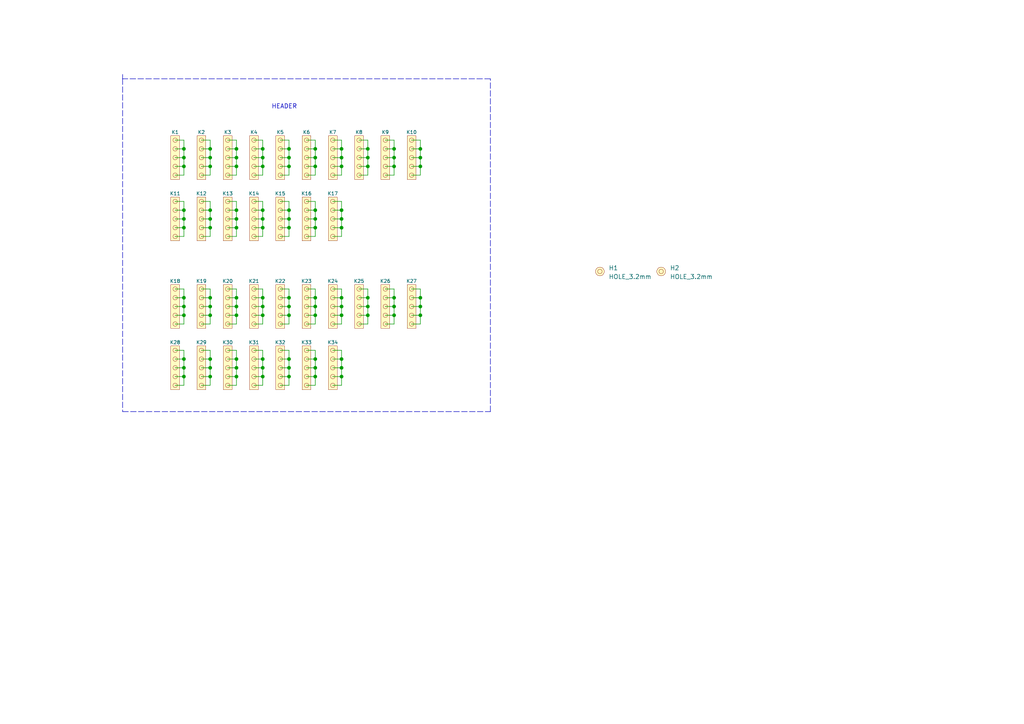
<source format=kicad_sch>
(kicad_sch (version 20211123) (generator eeschema)

  (uuid 3c8a1aa4-b7ad-401e-94c4-097a459f8407)

  (paper "A4")

  (title_block
    (title "Mini PCB breadboard")
    (date "2021-07-15")
    (rev "V1.1.1")
    (company "SOLDERED")
    (comment 1 "333030")
  )

  (lib_symbols
    (symbol "e-radionica.com schematics:HEADER_MALE_5X1" (pin_numbers hide) (pin_names hide) (in_bom yes) (on_board yes)
      (property "Reference" "K" (id 0) (at -0.635 7.62 0)
        (effects (font (size 1 1)))
      )
      (property "Value" "HEADER_MALE_5X1" (id 1) (at 0.635 -7.62 0)
        (effects (font (size 1 1)))
      )
      (property "Footprint" "e-radionica.com footprinti:HEADER_MALE_5X1" (id 2) (at 0 0 0)
        (effects (font (size 1 1)) hide)
      )
      (property "Datasheet" "" (id 3) (at 0 0 0)
        (effects (font (size 1 1)) hide)
      )
      (symbol "HEADER_MALE_5X1_0_1"
        (rectangle (start -1.27 6.35) (end 1.27 -6.35)
          (stroke (width 0.001) (type default) (color 0 0 0 0))
          (fill (type background))
        )
        (circle (center 0 -5.08) (radius 0.635)
          (stroke (width 0.0006) (type default) (color 0 0 0 0))
          (fill (type none))
        )
        (circle (center 0 -2.54) (radius 0.635)
          (stroke (width 0.0006) (type default) (color 0 0 0 0))
          (fill (type none))
        )
        (circle (center 0 0) (radius 0.635)
          (stroke (width 0.0006) (type default) (color 0 0 0 0))
          (fill (type none))
        )
        (circle (center 0 2.54) (radius 0.635)
          (stroke (width 0.0006) (type default) (color 0 0 0 0))
          (fill (type none))
        )
        (circle (center 0 5.08) (radius 0.635)
          (stroke (width 0.0006) (type default) (color 0 0 0 0))
          (fill (type none))
        )
      )
      (symbol "HEADER_MALE_5X1_1_1"
        (pin passive line (at 0 -5.08 180) (length 0)
          (name "~" (effects (font (size 1 1))))
          (number "1" (effects (font (size 1 1))))
        )
        (pin passive line (at 0 -2.54 180) (length 0)
          (name "~" (effects (font (size 1 1))))
          (number "2" (effects (font (size 1 1))))
        )
        (pin passive line (at 0 0 180) (length 0)
          (name "~" (effects (font (size 1 1))))
          (number "3" (effects (font (size 1 1))))
        )
        (pin passive line (at 0 2.54 180) (length 0)
          (name "~" (effects (font (size 1 1))))
          (number "4" (effects (font (size 1 1))))
        )
        (pin passive line (at 0 5.08 180) (length 0)
          (name "~" (effects (font (size 0.991 0.991))))
          (number "5" (effects (font (size 0.991 0.991))))
        )
      )
    )
    (symbol "e-radionica.com schematics:HOLE_3.2mm" (pin_numbers hide) (pin_names hide) (in_bom yes) (on_board yes)
      (property "Reference" "H" (id 0) (at 0 2.54 0)
        (effects (font (size 1.27 1.27)))
      )
      (property "Value" "HOLE_3.2mm" (id 1) (at 0 -2.54 0)
        (effects (font (size 1.27 1.27)))
      )
      (property "Footprint" "e-radionica.com footprinti:HOLE_3.2mm" (id 2) (at 0 0 0)
        (effects (font (size 1.27 1.27)) hide)
      )
      (property "Datasheet" "" (id 3) (at 0 0 0)
        (effects (font (size 1.27 1.27)) hide)
      )
      (symbol "HOLE_3.2mm_0_1"
        (circle (center 0 0) (radius 0.635)
          (stroke (width 0.0006) (type default) (color 0 0 0 0))
          (fill (type none))
        )
        (circle (center 0 0) (radius 1.27)
          (stroke (width 0.001) (type default) (color 0 0 0 0))
          (fill (type background))
        )
      )
    )
  )

  (junction (at 91.44 91.44) (diameter 0.9144) (color 0 0 0 0)
    (uuid 03c52831-5dc5-43c5-a442-8d23643b46fb)
  )
  (junction (at 91.44 66.04) (diameter 0.9144) (color 0 0 0 0)
    (uuid 0b21a65d-d20b-411e-920a-75c343ac5136)
  )
  (junction (at 83.82 104.14) (diameter 0.9144) (color 0 0 0 0)
    (uuid 0eaa98f0-9565-4637-ace3-42a5231b07f7)
  )
  (junction (at 91.44 60.96) (diameter 0.9144) (color 0 0 0 0)
    (uuid 0f22151c-f260-4674-b486-4710a2c42a55)
  )
  (junction (at 114.3 43.18) (diameter 0.9144) (color 0 0 0 0)
    (uuid 0f54db53-a272-4955-88fb-d7ab00657bb0)
  )
  (junction (at 60.96 88.9) (diameter 0.9144) (color 0 0 0 0)
    (uuid 10109f84-4940-47f8-8640-91f185ac9bc1)
  )
  (junction (at 83.82 60.96) (diameter 0.9144) (color 0 0 0 0)
    (uuid 127679a9-3981-4934-815e-896a4e3ff56e)
  )
  (junction (at 83.82 106.68) (diameter 0.9144) (color 0 0 0 0)
    (uuid 181abe7a-f941-42b6-bd46-aaa3131f90fb)
  )
  (junction (at 91.44 48.26) (diameter 0.9144) (color 0 0 0 0)
    (uuid 1831fb37-1c5d-42c4-b898-151be6fca9dc)
  )
  (junction (at 99.06 106.68) (diameter 0.9144) (color 0 0 0 0)
    (uuid 1a1ab354-5f85-45f9-938c-9f6c4c8c3ea2)
  )
  (junction (at 106.68 45.72) (diameter 0.9144) (color 0 0 0 0)
    (uuid 1bf544e3-5940-4576-9291-2464e95c0ee2)
  )
  (junction (at 68.58 106.68) (diameter 0.9144) (color 0 0 0 0)
    (uuid 1e1b062d-fad0-427c-a622-c5b8a80b5268)
  )
  (junction (at 53.34 45.72) (diameter 0.9144) (color 0 0 0 0)
    (uuid 23bb2798-d93a-4696-a962-c305c4298a0c)
  )
  (junction (at 91.44 106.68) (diameter 0.9144) (color 0 0 0 0)
    (uuid 29e78086-2175-405e-9ba3-c48766d2f50c)
  )
  (junction (at 99.06 60.96) (diameter 0.9144) (color 0 0 0 0)
    (uuid 2d210a96-f81f-42a9-8bf4-1b43c11086f3)
  )
  (junction (at 121.92 86.36) (diameter 0.9144) (color 0 0 0 0)
    (uuid 2d6db888-4e40-41c8-b701-07170fc894bc)
  )
  (junction (at 76.2 48.26) (diameter 0.9144) (color 0 0 0 0)
    (uuid 2e642b3e-a476-4c54-9a52-dcea955640cd)
  )
  (junction (at 76.2 43.18) (diameter 0.9144) (color 0 0 0 0)
    (uuid 30f15357-ce1d-48b9-93dc-7d9b1b2aa048)
  )
  (junction (at 114.3 91.44) (diameter 0.9144) (color 0 0 0 0)
    (uuid 31e08896-1992-4725-96d9-9d2728bca7a3)
  )
  (junction (at 106.68 48.26) (diameter 0.9144) (color 0 0 0 0)
    (uuid 3aaee4c4-dbf7-49a5-a620-9465d8cc3ae7)
  )
  (junction (at 68.58 91.44) (diameter 0.9144) (color 0 0 0 0)
    (uuid 3b838d52-596d-4e4d-a6ac-e4c8e7621137)
  )
  (junction (at 91.44 86.36) (diameter 0.9144) (color 0 0 0 0)
    (uuid 3cd1bda0-18db-417d-b581-a0c50623df68)
  )
  (junction (at 53.34 109.22) (diameter 0.9144) (color 0 0 0 0)
    (uuid 3f5fe6b7-98fc-4d3e-9567-f9f7202d1455)
  )
  (junction (at 99.06 109.22) (diameter 0.9144) (color 0 0 0 0)
    (uuid 42713045-fffd-4b2d-ae1e-7232d705fb12)
  )
  (junction (at 68.58 63.5) (diameter 0.9144) (color 0 0 0 0)
    (uuid 44d8279a-9cd1-4db6-856f-0363131605fc)
  )
  (junction (at 60.96 109.22) (diameter 0.9144) (color 0 0 0 0)
    (uuid 47baf4b1-0938-497d-88f9-671136aa8be7)
  )
  (junction (at 83.82 63.5) (diameter 0.9144) (color 0 0 0 0)
    (uuid 48ab88d7-7084-4d02-b109-3ad55a30bb11)
  )
  (junction (at 99.06 43.18) (diameter 0.9144) (color 0 0 0 0)
    (uuid 4c8eb964-bdf4-44de-90e9-e2ab82dd5313)
  )
  (junction (at 68.58 48.26) (diameter 0.9144) (color 0 0 0 0)
    (uuid 4fb02e58-160a-4a39-9f22-d0c75e82ee72)
  )
  (junction (at 76.2 60.96) (diameter 0.9144) (color 0 0 0 0)
    (uuid 5038e144-5119-49db-b6cf-f7c345f1cf03)
  )
  (junction (at 76.2 66.04) (diameter 0.9144) (color 0 0 0 0)
    (uuid 54365317-1355-4216-bb75-829375abc4ec)
  )
  (junction (at 121.92 91.44) (diameter 0.9144) (color 0 0 0 0)
    (uuid 5528bcad-2950-4673-90eb-c37e6952c475)
  )
  (junction (at 60.96 91.44) (diameter 0.9144) (color 0 0 0 0)
    (uuid 55e740a3-0735-4744-896e-2bf5437093b9)
  )
  (junction (at 53.34 106.68) (diameter 0.9144) (color 0 0 0 0)
    (uuid 5cbb5968-dbb5-4b84-864a-ead1cacf75b9)
  )
  (junction (at 76.2 106.68) (diameter 0.9144) (color 0 0 0 0)
    (uuid 5fc27c35-3e1c-4f96-817c-93b5570858a6)
  )
  (junction (at 53.34 88.9) (diameter 0.9144) (color 0 0 0 0)
    (uuid 62c076a3-d618-44a2-9042-9a08b3576787)
  )
  (junction (at 114.3 88.9) (diameter 0.9144) (color 0 0 0 0)
    (uuid 6441b183-b8f2-458f-a23d-60e2b1f66dd6)
  )
  (junction (at 121.92 48.26) (diameter 0.9144) (color 0 0 0 0)
    (uuid 66043bca-a260-4915-9fce-8a51d324c687)
  )
  (junction (at 68.58 86.36) (diameter 0.9144) (color 0 0 0 0)
    (uuid 66116376-6967-4178-9f23-a26cdeafc400)
  )
  (junction (at 99.06 86.36) (diameter 0.9144) (color 0 0 0 0)
    (uuid 666713b0-70f4-42df-8761-f65bc212d03b)
  )
  (junction (at 83.82 43.18) (diameter 0.9144) (color 0 0 0 0)
    (uuid 6a45789b-3855-401f-8139-3c734f7f52f9)
  )
  (junction (at 60.96 48.26) (diameter 0.9144) (color 0 0 0 0)
    (uuid 6a955fc7-39d9-4c75-9a69-676ca8c0b9b2)
  )
  (junction (at 99.06 66.04) (diameter 0.9144) (color 0 0 0 0)
    (uuid 6c2e273e-743c-4f1e-a647-4171f8122550)
  )
  (junction (at 76.2 109.22) (diameter 0.9144) (color 0 0 0 0)
    (uuid 6c9b793c-e74d-4754-a2c0-901e73b26f1c)
  )
  (junction (at 53.34 60.96) (diameter 0.9144) (color 0 0 0 0)
    (uuid 6e105729-aba0-497c-a99e-c32d2b3ddb6d)
  )
  (junction (at 83.82 91.44) (diameter 0.9144) (color 0 0 0 0)
    (uuid 704d6d51-bb34-4cbf-83d8-841e208048d8)
  )
  (junction (at 83.82 48.26) (diameter 0.9144) (color 0 0 0 0)
    (uuid 716e31c5-485f-40b5-88e3-a75900da9811)
  )
  (junction (at 60.96 86.36) (diameter 0.9144) (color 0 0 0 0)
    (uuid 71c31975-2c45-4d18-a25a-18e07a55d11e)
  )
  (junction (at 60.96 66.04) (diameter 0.9144) (color 0 0 0 0)
    (uuid 746ba970-8279-4e7b-aed3-f28687777c21)
  )
  (junction (at 68.58 88.9) (diameter 0.9144) (color 0 0 0 0)
    (uuid 749dfe75-c0d6-4872-9330-29c5bbcb8ff8)
  )
  (junction (at 68.58 43.18) (diameter 0.9144) (color 0 0 0 0)
    (uuid 77ed3941-d133-4aef-a9af-5a39322d14eb)
  )
  (junction (at 53.34 48.26) (diameter 0.9144) (color 0 0 0 0)
    (uuid 78cbdd6c-4878-4cc5-9a58-0e506478e37d)
  )
  (junction (at 99.06 104.14) (diameter 0.9144) (color 0 0 0 0)
    (uuid 7aed3a71-054b-4aaa-9c0a-030523c32827)
  )
  (junction (at 121.92 88.9) (diameter 0.9144) (color 0 0 0 0)
    (uuid 7bbf981c-a063-4e30-8911-e4228e1c0743)
  )
  (junction (at 99.06 88.9) (diameter 0.9144) (color 0 0 0 0)
    (uuid 7dc880bc-e7eb-4cce-8d8c-0b65a9dd788e)
  )
  (junction (at 114.3 45.72) (diameter 0.9144) (color 0 0 0 0)
    (uuid 80094b70-85ab-4ff6-934b-60d5ee65023a)
  )
  (junction (at 83.82 88.9) (diameter 0.9144) (color 0 0 0 0)
    (uuid 8174b4de-74b1-48db-ab8e-c8432251095b)
  )
  (junction (at 121.92 45.72) (diameter 0.9144) (color 0 0 0 0)
    (uuid 852dabbf-de45-4470-8176-59d37a754407)
  )
  (junction (at 76.2 45.72) (diameter 0.9144) (color 0 0 0 0)
    (uuid 87371631-aa02-498a-998a-09bdb74784c1)
  )
  (junction (at 99.06 91.44) (diameter 0.9144) (color 0 0 0 0)
    (uuid 9157f4ae-0244-4ff1-9f73-3cb4cbb5f280)
  )
  (junction (at 106.68 91.44) (diameter 0.9144) (color 0 0 0 0)
    (uuid 922058ca-d09a-45fd-8394-05f3e2c1e03a)
  )
  (junction (at 91.44 45.72) (diameter 0.9144) (color 0 0 0 0)
    (uuid 9340c285-5767-42d5-8b6d-63fe2a40ddf3)
  )
  (junction (at 91.44 109.22) (diameter 0.9144) (color 0 0 0 0)
    (uuid 94a873dc-af67-4ef9-8159-1f7c93eeb3d7)
  )
  (junction (at 53.34 43.18) (diameter 0.9144) (color 0 0 0 0)
    (uuid 94c158d1-8503-4553-b511-bf42f506c2a8)
  )
  (junction (at 106.68 88.9) (diameter 0.9144) (color 0 0 0 0)
    (uuid 97fe9c60-586f-4895-8504-4d3729f5f81a)
  )
  (junction (at 53.34 63.5) (diameter 0.9144) (color 0 0 0 0)
    (uuid 983c426c-24e0-4c65-ab69-1f1824adc5c6)
  )
  (junction (at 99.06 48.26) (diameter 0.9144) (color 0 0 0 0)
    (uuid 9bb20359-0f8b-45bc-9d38-6626ed3a939d)
  )
  (junction (at 91.44 104.14) (diameter 0.9144) (color 0 0 0 0)
    (uuid a1823eb2-fb0d-4ed8-8b96-04184ac3a9d5)
  )
  (junction (at 76.2 86.36) (diameter 0.9144) (color 0 0 0 0)
    (uuid a3e4f0ae-9f86-49e9-b386-ed8b42e012fb)
  )
  (junction (at 76.2 88.9) (diameter 0.9144) (color 0 0 0 0)
    (uuid a690fc6c-55d9-47e6-b533-faa4b67e20f3)
  )
  (junction (at 99.06 45.72) (diameter 0.9144) (color 0 0 0 0)
    (uuid aa14c3bd-4acc-4908-9d28-228585a22a9d)
  )
  (junction (at 76.2 63.5) (diameter 0.9144) (color 0 0 0 0)
    (uuid ac264c30-3e9a-4be2-b97a-9949b68bd497)
  )
  (junction (at 53.34 104.14) (diameter 0.9144) (color 0 0 0 0)
    (uuid afb8e687-4a13-41a1-b8c0-89a749e897fe)
  )
  (junction (at 83.82 45.72) (diameter 0.9144) (color 0 0 0 0)
    (uuid b1086f75-01ba-4188-8d36-75a9e2828ca9)
  )
  (junction (at 121.92 43.18) (diameter 0.9144) (color 0 0 0 0)
    (uuid b5352a33-563a-4ffe-a231-2e68fb54afa3)
  )
  (junction (at 60.96 43.18) (diameter 0.9144) (color 0 0 0 0)
    (uuid bb7f0588-d4d8-44bf-9ebf-3c533fe4d6ae)
  )
  (junction (at 106.68 86.36) (diameter 0.9144) (color 0 0 0 0)
    (uuid bdc7face-9f7c-4701-80bb-4cc144448db1)
  )
  (junction (at 114.3 86.36) (diameter 0.9144) (color 0 0 0 0)
    (uuid bfc0aadc-38cf-466e-a642-68fdc3138c78)
  )
  (junction (at 60.96 106.68) (diameter 0.9144) (color 0 0 0 0)
    (uuid c022004a-c968-410e-b59e-fbab0e561e9d)
  )
  (junction (at 106.68 43.18) (diameter 0.9144) (color 0 0 0 0)
    (uuid c0515cd2-cdaa-467e-8354-0f6eadfa35c9)
  )
  (junction (at 76.2 91.44) (diameter 0.9144) (color 0 0 0 0)
    (uuid c144caa5-b0d4-4cef-840a-d4ad178a2102)
  )
  (junction (at 53.34 66.04) (diameter 0.9144) (color 0 0 0 0)
    (uuid c1d83899-e380-49f9-a87d-8e78bc089ebf)
  )
  (junction (at 91.44 43.18) (diameter 0.9144) (color 0 0 0 0)
    (uuid c41b3c8b-634e-435a-b582-96b83bbd4032)
  )
  (junction (at 68.58 104.14) (diameter 0.9144) (color 0 0 0 0)
    (uuid cbdcaa78-3bbc-413f-91bf-2709119373ce)
  )
  (junction (at 83.82 109.22) (diameter 0.9144) (color 0 0 0 0)
    (uuid ce83728b-bebd-48c2-8734-b6a50d837931)
  )
  (junction (at 114.3 48.26) (diameter 0.9144) (color 0 0 0 0)
    (uuid d4a1d3c4-b315-4bec-9220-d12a9eab51e0)
  )
  (junction (at 91.44 88.9) (diameter 0.9144) (color 0 0 0 0)
    (uuid d57dcfee-5058-4fc2-a68b-05f9a48f685b)
  )
  (junction (at 68.58 109.22) (diameter 0.9144) (color 0 0 0 0)
    (uuid d8603679-3e7b-4337-8dbc-1827f5f54d8a)
  )
  (junction (at 53.34 91.44) (diameter 0.9144) (color 0 0 0 0)
    (uuid da469d11-a8a4-414b-9449-d151eeaf4853)
  )
  (junction (at 60.96 63.5) (diameter 0.9144) (color 0 0 0 0)
    (uuid e10b5627-3247-4c86-b9f6-ef474ca11543)
  )
  (junction (at 68.58 45.72) (diameter 0.9144) (color 0 0 0 0)
    (uuid e615f7aa-337e-474d-9615-2ad82b1c44ca)
  )
  (junction (at 60.96 60.96) (diameter 0.9144) (color 0 0 0 0)
    (uuid e8314017-7be6-4011-9179-37449a29b311)
  )
  (junction (at 99.06 63.5) (diameter 0.9144) (color 0 0 0 0)
    (uuid e857610b-4434-4144-b04e-43c1ebdc5ceb)
  )
  (junction (at 53.34 86.36) (diameter 0.9144) (color 0 0 0 0)
    (uuid e9bb29b2-2bb9-4ea2-acd9-2bb3ca677a12)
  )
  (junction (at 68.58 66.04) (diameter 0.9144) (color 0 0 0 0)
    (uuid eb667eea-300e-4ca7-8a6f-4b00de80cd45)
  )
  (junction (at 68.58 60.96) (diameter 0.9144) (color 0 0 0 0)
    (uuid ef8fe2ac-6a7f-4682-9418-b801a1b10a3b)
  )
  (junction (at 76.2 104.14) (diameter 0.9144) (color 0 0 0 0)
    (uuid efeac2a2-7682-4dc7-83ee-f6f1b23da506)
  )
  (junction (at 60.96 45.72) (diameter 0.9144) (color 0 0 0 0)
    (uuid f1830a1b-f0cc-47ae-a2c9-679c82032f14)
  )
  (junction (at 60.96 104.14) (diameter 0.9144) (color 0 0 0 0)
    (uuid f4f99e3d-7269-4f6a-a759-16ad2a258779)
  )
  (junction (at 83.82 66.04) (diameter 0.9144) (color 0 0 0 0)
    (uuid f71da641-16e6-4257-80c3-0b9d804fee4f)
  )
  (junction (at 83.82 86.36) (diameter 0.9144) (color 0 0 0 0)
    (uuid fd470e95-4861-44fe-b1e4-6d8a7c66e144)
  )
  (junction (at 91.44 63.5) (diameter 0.9144) (color 0 0 0 0)
    (uuid fe8d9267-7834-48d6-a191-c8724b2ee78d)
  )

  (wire (pts (xy 81.28 101.6) (xy 83.82 101.6))
    (stroke (width 0) (type solid) (color 0 0 0 0))
    (uuid 01b4946f-c375-4775-92d9-35f131c687b7)
  )
  (wire (pts (xy 88.9 111.76) (xy 91.44 111.76))
    (stroke (width 0) (type solid) (color 0 0 0 0))
    (uuid 023d1809-b556-4cef-a61b-0eafd176274c)
  )
  (wire (pts (xy 106.68 88.9) (xy 104.14 88.9))
    (stroke (width 0) (type solid) (color 0 0 0 0))
    (uuid 029aabed-e829-40d5-b401-229c0cb07b8d)
  )
  (wire (pts (xy 83.82 86.36) (xy 83.82 88.9))
    (stroke (width 0) (type solid) (color 0 0 0 0))
    (uuid 0309cd13-9685-46a9-a229-436e070318d0)
  )
  (wire (pts (xy 91.44 48.26) (xy 91.44 45.72))
    (stroke (width 0) (type solid) (color 0 0 0 0))
    (uuid 033e2ce9-e732-44cf-a8c6-125b2b0d6f4c)
  )
  (wire (pts (xy 66.04 104.14) (xy 68.58 104.14))
    (stroke (width 0) (type solid) (color 0 0 0 0))
    (uuid 05a7454e-b5d3-40a7-a298-05e57f832840)
  )
  (wire (pts (xy 91.44 101.6) (xy 91.44 104.14))
    (stroke (width 0) (type solid) (color 0 0 0 0))
    (uuid 06c6e106-7307-4485-aca8-fde0f5a9ce01)
  )
  (wire (pts (xy 96.52 60.96) (xy 99.06 60.96))
    (stroke (width 0) (type solid) (color 0 0 0 0))
    (uuid 06ef110a-9913-4f72-ad4f-0843ac288cab)
  )
  (wire (pts (xy 66.04 93.98) (xy 68.58 93.98))
    (stroke (width 0) (type solid) (color 0 0 0 0))
    (uuid 077e5e3c-4606-4c15-ac36-2ddfa7906dd7)
  )
  (wire (pts (xy 68.58 48.26) (xy 68.58 45.72))
    (stroke (width 0) (type solid) (color 0 0 0 0))
    (uuid 079c7592-8317-41ae-bcc0-5f8e6b3242a4)
  )
  (wire (pts (xy 50.8 43.18) (xy 53.34 43.18))
    (stroke (width 0) (type solid) (color 0 0 0 0))
    (uuid 07d4e006-4547-41b7-9de9-4e926a7ebd21)
  )
  (wire (pts (xy 53.34 43.18) (xy 53.34 45.72))
    (stroke (width 0) (type solid) (color 0 0 0 0))
    (uuid 07d4e006-4547-41b7-9de9-4e926a7ebd22)
  )
  (wire (pts (xy 99.06 60.96) (xy 99.06 63.5))
    (stroke (width 0) (type solid) (color 0 0 0 0))
    (uuid 09012774-c19c-4ea0-88f4-4419c9a5b8a7)
  )
  (wire (pts (xy 83.82 111.76) (xy 83.82 109.22))
    (stroke (width 0) (type solid) (color 0 0 0 0))
    (uuid 0b325a20-3842-4420-a8f2-651650416dab)
  )
  (wire (pts (xy 73.66 91.44) (xy 76.2 91.44))
    (stroke (width 0) (type solid) (color 0 0 0 0))
    (uuid 0bdcc0ae-9872-4f36-9e09-6d250852dad1)
  )
  (wire (pts (xy 60.96 104.14) (xy 60.96 106.68))
    (stroke (width 0) (type solid) (color 0 0 0 0))
    (uuid 0c25f02f-7783-47a1-8029-624cf80f9e9f)
  )
  (wire (pts (xy 76.2 60.96) (xy 76.2 63.5))
    (stroke (width 0) (type solid) (color 0 0 0 0))
    (uuid 0c43550d-f55b-4b54-84bd-6b83d13a399e)
  )
  (wire (pts (xy 111.76 91.44) (xy 114.3 91.44))
    (stroke (width 0) (type solid) (color 0 0 0 0))
    (uuid 0dd7f0dc-4fda-43de-a5f1-e59891b4337f)
  )
  (wire (pts (xy 114.3 86.36) (xy 114.3 88.9))
    (stroke (width 0) (type solid) (color 0 0 0 0))
    (uuid 0e111096-d881-46d7-afda-e211fa8d0b49)
  )
  (wire (pts (xy 96.52 109.22) (xy 99.06 109.22))
    (stroke (width 0) (type solid) (color 0 0 0 0))
    (uuid 0e68e7f0-d64c-4b64-a1de-74bc1a956056)
  )
  (wire (pts (xy 50.8 66.04) (xy 53.34 66.04))
    (stroke (width 0) (type solid) (color 0 0 0 0))
    (uuid 0f17099e-b61e-4166-b2f5-bee31d0c5ff5)
  )
  (wire (pts (xy 50.8 104.14) (xy 53.34 104.14))
    (stroke (width 0) (type solid) (color 0 0 0 0))
    (uuid 0f1b3473-b945-4968-9a52-b6d25a961033)
  )
  (wire (pts (xy 91.44 58.42) (xy 91.44 60.96))
    (stroke (width 0) (type solid) (color 0 0 0 0))
    (uuid 0fab8728-9d09-47d5-9467-90cb7b1ff948)
  )
  (wire (pts (xy 91.44 109.22) (xy 91.44 106.68))
    (stroke (width 0) (type solid) (color 0 0 0 0))
    (uuid 1118edef-e6ee-4923-af32-f8a4b7d8e03c)
  )
  (wire (pts (xy 76.2 68.58) (xy 76.2 66.04))
    (stroke (width 0) (type solid) (color 0 0 0 0))
    (uuid 138fe84f-1d85-4716-88b4-561a705bd8cf)
  )
  (wire (pts (xy 121.92 48.26) (xy 121.92 45.72))
    (stroke (width 0) (type solid) (color 0 0 0 0))
    (uuid 139f02c3-51f4-4304-857f-5687b0ed20e1)
  )
  (wire (pts (xy 119.38 91.44) (xy 121.92 91.44))
    (stroke (width 0) (type solid) (color 0 0 0 0))
    (uuid 1463b79d-4879-415e-9efc-f5ddf340dd0c)
  )
  (wire (pts (xy 53.34 101.6) (xy 53.34 104.14))
    (stroke (width 0) (type solid) (color 0 0 0 0))
    (uuid 14960dd8-76bb-49ec-8d90-687afcee839a)
  )
  (wire (pts (xy 88.9 101.6) (xy 91.44 101.6))
    (stroke (width 0) (type solid) (color 0 0 0 0))
    (uuid 14e5f9ee-7fcd-4cfc-bdbf-6b1fa48715af)
  )
  (wire (pts (xy 111.76 40.64) (xy 114.3 40.64))
    (stroke (width 0) (type solid) (color 0 0 0 0))
    (uuid 1678a1fa-3dff-4d70-b1e8-6afd9c5d17a4)
  )
  (wire (pts (xy 81.28 66.04) (xy 83.82 66.04))
    (stroke (width 0) (type solid) (color 0 0 0 0))
    (uuid 1736ac35-7f2a-4be8-88bb-84a9d7ad42c2)
  )
  (wire (pts (xy 119.38 93.98) (xy 121.92 93.98))
    (stroke (width 0) (type solid) (color 0 0 0 0))
    (uuid 176244f0-dff1-4d6a-a00b-52e47b5508f7)
  )
  (wire (pts (xy 88.9 83.82) (xy 91.44 83.82))
    (stroke (width 0) (type solid) (color 0 0 0 0))
    (uuid 19bb3848-5a50-4364-b8a9-93b0581f62f9)
  )
  (wire (pts (xy 73.66 58.42) (xy 76.2 58.42))
    (stroke (width 0) (type solid) (color 0 0 0 0))
    (uuid 1ca58d57-aa73-43d4-a989-d3608811a9d5)
  )
  (wire (pts (xy 121.92 93.98) (xy 121.92 91.44))
    (stroke (width 0) (type solid) (color 0 0 0 0))
    (uuid 1d11abc2-0638-4b72-b31d-34bbdd330f0f)
  )
  (wire (pts (xy 66.04 43.18) (xy 68.58 43.18))
    (stroke (width 0) (type solid) (color 0 0 0 0))
    (uuid 1d1cab86-e38b-4618-9e31-f88ba4a977bb)
  )
  (wire (pts (xy 50.8 86.36) (xy 53.34 86.36))
    (stroke (width 0) (type solid) (color 0 0 0 0))
    (uuid 1d934124-26a2-4069-be12-78c9d228b3a3)
  )
  (wire (pts (xy 68.58 60.96) (xy 68.58 63.5))
    (stroke (width 0) (type solid) (color 0 0 0 0))
    (uuid 1da2c6b9-bf1f-40be-96a6-5584a561b620)
  )
  (wire (pts (xy 68.58 91.44) (xy 68.58 88.9))
    (stroke (width 0) (type solid) (color 0 0 0 0))
    (uuid 1f3229dc-54c2-45a6-9697-46314e0c106d)
  )
  (wire (pts (xy 81.28 68.58) (xy 83.82 68.58))
    (stroke (width 0) (type solid) (color 0 0 0 0))
    (uuid 1f7ad20a-99fb-4708-aa35-f16be9e102ca)
  )
  (wire (pts (xy 60.96 66.04) (xy 60.96 63.5))
    (stroke (width 0) (type solid) (color 0 0 0 0))
    (uuid 2078e5e6-f5bd-43c6-8dde-e664a668605d)
  )
  (wire (pts (xy 81.28 60.96) (xy 83.82 60.96))
    (stroke (width 0) (type solid) (color 0 0 0 0))
    (uuid 21b1541b-92e4-4a24-b279-b4b4d6de0d9a)
  )
  (wire (pts (xy 121.92 40.64) (xy 121.92 43.18))
    (stroke (width 0) (type solid) (color 0 0 0 0))
    (uuid 229a0309-547c-449a-93d6-07e2feb58343)
  )
  (wire (pts (xy 83.82 66.04) (xy 83.82 63.5))
    (stroke (width 0) (type solid) (color 0 0 0 0))
    (uuid 249e6c2e-8965-4853-9c2f-7013c5735724)
  )
  (wire (pts (xy 68.58 40.64) (xy 68.58 43.18))
    (stroke (width 0) (type solid) (color 0 0 0 0))
    (uuid 254639c0-3c49-4b5e-bffb-a75056bdcc91)
  )
  (wire (pts (xy 60.96 48.26) (xy 60.96 45.72))
    (stroke (width 0) (type solid) (color 0 0 0 0))
    (uuid 25f16798-95d5-44c5-af78-7e940348453a)
  )
  (wire (pts (xy 58.42 111.76) (xy 60.96 111.76))
    (stroke (width 0) (type solid) (color 0 0 0 0))
    (uuid 27a2be0e-28ff-4427-9e33-16ef54c64f5f)
  )
  (wire (pts (xy 58.42 104.14) (xy 60.96 104.14))
    (stroke (width 0) (type solid) (color 0 0 0 0))
    (uuid 285613b4-53ae-42fd-8c2a-540fe96eea3a)
  )
  (wire (pts (xy 83.82 48.26) (xy 83.82 45.72))
    (stroke (width 0) (type solid) (color 0 0 0 0))
    (uuid 286b1e2a-0b83-49da-b7ee-a8ad5f630254)
  )
  (wire (pts (xy 104.14 83.82) (xy 106.68 83.82))
    (stroke (width 0) (type solid) (color 0 0 0 0))
    (uuid 2c20ffdc-d8b6-459e-a135-094e5747efa7)
  )
  (wire (pts (xy 81.28 109.22) (xy 83.82 109.22))
    (stroke (width 0) (type solid) (color 0 0 0 0))
    (uuid 2c6659ba-fdc2-498f-ac6a-14e53abcaf51)
  )
  (wire (pts (xy 76.2 58.42) (xy 76.2 60.96))
    (stroke (width 0) (type solid) (color 0 0 0 0))
    (uuid 2f54f3d6-14b1-46e5-a1a6-26c10efbb759)
  )
  (wire (pts (xy 58.42 43.18) (xy 60.96 43.18))
    (stroke (width 0) (type solid) (color 0 0 0 0))
    (uuid 2f7bd86a-677d-47e2-a4d3-ede85b2d6c83)
  )
  (wire (pts (xy 76.2 104.14) (xy 76.2 106.68))
    (stroke (width 0) (type solid) (color 0 0 0 0))
    (uuid 30321ea2-1ab4-4e06-bb82-aa2afdcc6181)
  )
  (wire (pts (xy 121.92 91.44) (xy 121.92 88.9))
    (stroke (width 0) (type solid) (color 0 0 0 0))
    (uuid 3092a447-9550-4973-a861-a0b121935b22)
  )
  (wire (pts (xy 66.04 83.82) (xy 68.58 83.82))
    (stroke (width 0) (type solid) (color 0 0 0 0))
    (uuid 30abb8e2-6c11-49b2-8a4c-a41b1aba04c2)
  )
  (wire (pts (xy 96.52 91.44) (xy 99.06 91.44))
    (stroke (width 0) (type solid) (color 0 0 0 0))
    (uuid 31ceebc2-b455-4745-81e5-47be997dcb7a)
  )
  (wire (pts (xy 83.82 104.14) (xy 83.82 106.68))
    (stroke (width 0) (type solid) (color 0 0 0 0))
    (uuid 32662c82-e8b4-4e12-a1ab-51d62b220c5e)
  )
  (wire (pts (xy 68.58 88.9) (xy 66.04 88.9))
    (stroke (width 0) (type solid) (color 0 0 0 0))
    (uuid 334f573a-da63-49b2-a035-8b213a13f801)
  )
  (wire (pts (xy 99.06 83.82) (xy 99.06 86.36))
    (stroke (width 0) (type solid) (color 0 0 0 0))
    (uuid 3390393e-f8d4-4fef-b65e-43206f1f1365)
  )
  (wire (pts (xy 96.52 48.26) (xy 99.06 48.26))
    (stroke (width 0) (type solid) (color 0 0 0 0))
    (uuid 345588f8-962c-4f13-9de0-9f8679b1d57c)
  )
  (wire (pts (xy 88.9 91.44) (xy 91.44 91.44))
    (stroke (width 0) (type solid) (color 0 0 0 0))
    (uuid 356215fb-0142-4b8f-8706-3fa143553d1a)
  )
  (wire (pts (xy 73.66 68.58) (xy 76.2 68.58))
    (stroke (width 0) (type solid) (color 0 0 0 0))
    (uuid 35b22ceb-28d3-4066-a644-1d6f578405d2)
  )
  (wire (pts (xy 83.82 43.18) (xy 83.82 45.72))
    (stroke (width 0) (type solid) (color 0 0 0 0))
    (uuid 361a08c5-f85f-4047-bf0f-bb5f8e9c6ee5)
  )
  (wire (pts (xy 96.52 83.82) (xy 99.06 83.82))
    (stroke (width 0) (type solid) (color 0 0 0 0))
    (uuid 37cc8d20-f4d4-4001-94ec-de661af56a48)
  )
  (wire (pts (xy 73.66 86.36) (xy 76.2 86.36))
    (stroke (width 0) (type solid) (color 0 0 0 0))
    (uuid 37fa1eb1-be28-4f9d-8da1-1a5e7988aaf9)
  )
  (wire (pts (xy 76.2 45.72) (xy 73.66 45.72))
    (stroke (width 0) (type solid) (color 0 0 0 0))
    (uuid 38b02e1f-9cff-48b6-9897-8e4ffca94adf)
  )
  (wire (pts (xy 60.96 83.82) (xy 60.96 86.36))
    (stroke (width 0) (type solid) (color 0 0 0 0))
    (uuid 396dbce0-4e8b-4072-96f2-5e1cdf71217a)
  )
  (wire (pts (xy 68.58 68.58) (xy 68.58 66.04))
    (stroke (width 0) (type solid) (color 0 0 0 0))
    (uuid 3bded54d-a0a7-4081-a140-2c936f41fcf2)
  )
  (wire (pts (xy 88.9 40.64) (xy 91.44 40.64))
    (stroke (width 0) (type solid) (color 0 0 0 0))
    (uuid 3c8bd7a9-119a-4223-8c8d-03e2b70ae316)
  )
  (wire (pts (xy 73.66 104.14) (xy 76.2 104.14))
    (stroke (width 0) (type solid) (color 0 0 0 0))
    (uuid 3db8a862-7af2-459e-8f93-aa66f1ac52a3)
  )
  (wire (pts (xy 96.52 68.58) (xy 99.06 68.58))
    (stroke (width 0) (type solid) (color 0 0 0 0))
    (uuid 3ea3f143-5006-4b75-840b-81233195e69c)
  )
  (wire (pts (xy 114.3 43.18) (xy 114.3 45.72))
    (stroke (width 0) (type solid) (color 0 0 0 0))
    (uuid 3ebec401-2906-4d92-afe1-d2a6ad47141e)
  )
  (wire (pts (xy 50.8 48.26) (xy 53.34 48.26))
    (stroke (width 0) (type solid) (color 0 0 0 0))
    (uuid 3f9c02f3-16db-4866-be72-a5c82d194c19)
  )
  (wire (pts (xy 53.34 45.72) (xy 50.8 45.72))
    (stroke (width 0) (type solid) (color 0 0 0 0))
    (uuid 3f9c02f3-16db-4866-be72-a5c82d194c1a)
  )
  (wire (pts (xy 53.34 48.26) (xy 53.34 45.72))
    (stroke (width 0) (type solid) (color 0 0 0 0))
    (uuid 3f9c02f3-16db-4866-be72-a5c82d194c1b)
  )
  (wire (pts (xy 96.52 104.14) (xy 99.06 104.14))
    (stroke (width 0) (type solid) (color 0 0 0 0))
    (uuid 40fc48a1-9cc0-4142-b664-1a123a8679d6)
  )
  (wire (pts (xy 58.42 60.96) (xy 60.96 60.96))
    (stroke (width 0) (type solid) (color 0 0 0 0))
    (uuid 41434957-0143-4639-a923-091a882b4ef8)
  )
  (wire (pts (xy 76.2 48.26) (xy 76.2 45.72))
    (stroke (width 0) (type solid) (color 0 0 0 0))
    (uuid 429b6c3d-4e18-4bae-ad9d-660a133d2c8e)
  )
  (wire (pts (xy 96.52 93.98) (xy 99.06 93.98))
    (stroke (width 0) (type solid) (color 0 0 0 0))
    (uuid 434e5a2b-c85e-4614-a14b-37ca5d30bd78)
  )
  (wire (pts (xy 91.44 111.76) (xy 91.44 109.22))
    (stroke (width 0) (type solid) (color 0 0 0 0))
    (uuid 43ab09d1-f228-4dd0-9c1b-b59ec3f6094b)
  )
  (wire (pts (xy 91.44 83.82) (xy 91.44 86.36))
    (stroke (width 0) (type solid) (color 0 0 0 0))
    (uuid 45c9d13b-0301-4077-a76e-95f3015843b5)
  )
  (wire (pts (xy 53.34 58.42) (xy 53.34 60.96))
    (stroke (width 0) (type solid) (color 0 0 0 0))
    (uuid 47e7c23d-644e-4f99-a6a1-a4ff0de4fb7f)
  )
  (wire (pts (xy 111.76 50.8) (xy 114.3 50.8))
    (stroke (width 0) (type solid) (color 0 0 0 0))
    (uuid 47f48c07-13da-4828-a622-fcafedfd2636)
  )
  (wire (pts (xy 73.66 83.82) (xy 76.2 83.82))
    (stroke (width 0) (type solid) (color 0 0 0 0))
    (uuid 49cb382a-9c19-4818-8f3c-f6a8d0a3fd3c)
  )
  (wire (pts (xy 83.82 63.5) (xy 81.28 63.5))
    (stroke (width 0) (type solid) (color 0 0 0 0))
    (uuid 4a1f485c-4c8e-4f72-871b-1e8212c2e110)
  )
  (wire (pts (xy 91.44 104.14) (xy 91.44 106.68))
    (stroke (width 0) (type solid) (color 0 0 0 0))
    (uuid 4a89dca9-c8f6-495f-b957-2684dc7bbe76)
  )
  (wire (pts (xy 53.34 106.68) (xy 50.8 106.68))
    (stroke (width 0) (type solid) (color 0 0 0 0))
    (uuid 4a8cb0b9-45af-4a64-bafb-e442356f2cc9)
  )
  (wire (pts (xy 88.9 68.58) (xy 91.44 68.58))
    (stroke (width 0) (type solid) (color 0 0 0 0))
    (uuid 4aa7f8de-c6a5-4a09-91b1-18ae8f802791)
  )
  (wire (pts (xy 114.3 50.8) (xy 114.3 48.26))
    (stroke (width 0) (type solid) (color 0 0 0 0))
    (uuid 4af87c6d-3cb3-44d4-84fa-4f517034b995)
  )
  (wire (pts (xy 99.06 101.6) (xy 99.06 104.14))
    (stroke (width 0) (type solid) (color 0 0 0 0))
    (uuid 4c82c239-d41a-45b0-aa2a-f4d042bc56d4)
  )
  (wire (pts (xy 50.8 50.8) (xy 53.34 50.8))
    (stroke (width 0) (type solid) (color 0 0 0 0))
    (uuid 4d016738-1f8c-43fa-8c4a-8a249e7df27c)
  )
  (wire (pts (xy 53.34 50.8) (xy 53.34 48.26))
    (stroke (width 0) (type solid) (color 0 0 0 0))
    (uuid 4d016738-1f8c-43fa-8c4a-8a249e7df27d)
  )
  (wire (pts (xy 60.96 101.6) (xy 60.96 104.14))
    (stroke (width 0) (type solid) (color 0 0 0 0))
    (uuid 4ddf7d8d-2a95-44e4-ab1f-acc8fed558da)
  )
  (wire (pts (xy 91.44 86.36) (xy 91.44 88.9))
    (stroke (width 0) (type solid) (color 0 0 0 0))
    (uuid 4fb07bb0-b1a3-441e-90bc-c170a3ccc4ff)
  )
  (wire (pts (xy 76.2 63.5) (xy 73.66 63.5))
    (stroke (width 0) (type solid) (color 0 0 0 0))
    (uuid 50145eb3-a9c4-4bfa-991b-92d3b55ab7c7)
  )
  (wire (pts (xy 81.28 86.36) (xy 83.82 86.36))
    (stroke (width 0) (type solid) (color 0 0 0 0))
    (uuid 50d17b5c-98ba-42e3-960b-add08d21bc26)
  )
  (wire (pts (xy 68.58 45.72) (xy 66.04 45.72))
    (stroke (width 0) (type solid) (color 0 0 0 0))
    (uuid 51420fe3-940f-4cfc-966e-0acd56c6d3a7)
  )
  (wire (pts (xy 106.68 43.18) (xy 106.68 45.72))
    (stroke (width 0) (type solid) (color 0 0 0 0))
    (uuid 55323c52-39b0-4bb2-8588-c0fdcf9e9e0f)
  )
  (wire (pts (xy 60.96 63.5) (xy 58.42 63.5))
    (stroke (width 0) (type solid) (color 0 0 0 0))
    (uuid 55893ed0-f2a8-4fad-b041-f609e0f44ded)
  )
  (wire (pts (xy 58.42 91.44) (xy 60.96 91.44))
    (stroke (width 0) (type solid) (color 0 0 0 0))
    (uuid 55c0facc-96b8-449a-95a8-a8c1a4c070c3)
  )
  (wire (pts (xy 83.82 40.64) (xy 83.82 43.18))
    (stroke (width 0) (type solid) (color 0 0 0 0))
    (uuid 57e16407-5ddf-4cf0-9fcf-97ee874737bc)
  )
  (wire (pts (xy 68.58 43.18) (xy 68.58 45.72))
    (stroke (width 0) (type solid) (color 0 0 0 0))
    (uuid 583a4d85-45dd-4f08-868b-f242e76a4343)
  )
  (wire (pts (xy 68.58 83.82) (xy 68.58 86.36))
    (stroke (width 0) (type solid) (color 0 0 0 0))
    (uuid 583ddf43-3e6f-4459-a97f-d6c72cafc804)
  )
  (wire (pts (xy 68.58 86.36) (xy 68.58 88.9))
    (stroke (width 0) (type solid) (color 0 0 0 0))
    (uuid 5aa2fa61-1cf9-4f89-adc3-12e652197781)
  )
  (wire (pts (xy 99.06 40.64) (xy 99.06 43.18))
    (stroke (width 0) (type solid) (color 0 0 0 0))
    (uuid 5ac410d3-0845-4ea4-8e1f-cb13ae94238a)
  )
  (wire (pts (xy 119.38 86.36) (xy 121.92 86.36))
    (stroke (width 0) (type solid) (color 0 0 0 0))
    (uuid 5b3024e7-a765-4e57-8907-239527d20c00)
  )
  (wire (pts (xy 83.82 68.58) (xy 83.82 66.04))
    (stroke (width 0) (type solid) (color 0 0 0 0))
    (uuid 5bd7bdf0-5cf6-49c3-97b9-82641ee4fa7b)
  )
  (wire (pts (xy 83.82 88.9) (xy 81.28 88.9))
    (stroke (width 0) (type solid) (color 0 0 0 0))
    (uuid 5c17bc64-519b-4abe-ae96-bfbbb4335bf2)
  )
  (wire (pts (xy 111.76 48.26) (xy 114.3 48.26))
    (stroke (width 0) (type solid) (color 0 0 0 0))
    (uuid 5d081cdd-122f-42b0-9f57-b823c49f6ddc)
  )
  (wire (pts (xy 58.42 101.6) (xy 60.96 101.6))
    (stroke (width 0) (type solid) (color 0 0 0 0))
    (uuid 5eae4cd7-78c4-449b-a371-3e9d92722270)
  )
  (wire (pts (xy 99.06 86.36) (xy 99.06 88.9))
    (stroke (width 0) (type solid) (color 0 0 0 0))
    (uuid 5ef959e9-a3c1-413b-a208-d61055a44d99)
  )
  (wire (pts (xy 58.42 40.64) (xy 60.96 40.64))
    (stroke (width 0) (type solid) (color 0 0 0 0))
    (uuid 5fa739bf-b094-4690-b3e8-793bf770fe82)
  )
  (wire (pts (xy 73.66 43.18) (xy 76.2 43.18))
    (stroke (width 0) (type solid) (color 0 0 0 0))
    (uuid 61394e9c-54f3-44c8-a44a-ca5c7706fb8d)
  )
  (wire (pts (xy 106.68 83.82) (xy 106.68 86.36))
    (stroke (width 0) (type solid) (color 0 0 0 0))
    (uuid 627fced3-8470-440b-88b8-3abe515ce0e7)
  )
  (wire (pts (xy 81.28 111.76) (xy 83.82 111.76))
    (stroke (width 0) (type solid) (color 0 0 0 0))
    (uuid 635f55c0-72a8-4ff0-bb76-e306c1a19205)
  )
  (wire (pts (xy 50.8 91.44) (xy 53.34 91.44))
    (stroke (width 0) (type solid) (color 0 0 0 0))
    (uuid 63cadd77-671b-4615-98f5-13f64508f592)
  )
  (wire (pts (xy 104.14 86.36) (xy 106.68 86.36))
    (stroke (width 0) (type solid) (color 0 0 0 0))
    (uuid 63d4d79f-ddb4-488e-ad7e-4075e15cac03)
  )
  (wire (pts (xy 66.04 40.64) (xy 68.58 40.64))
    (stroke (width 0) (type solid) (color 0 0 0 0))
    (uuid 641002c3-0230-44c8-93e0-fd2487d4f4bf)
  )
  (wire (pts (xy 66.04 111.76) (xy 68.58 111.76))
    (stroke (width 0) (type solid) (color 0 0 0 0))
    (uuid 645c466a-828d-42be-8665-dc947f551332)
  )
  (wire (pts (xy 76.2 91.44) (xy 76.2 88.9))
    (stroke (width 0) (type solid) (color 0 0 0 0))
    (uuid 64c2ebf1-300e-4ace-ac0a-4bf94e1c1ebf)
  )
  (wire (pts (xy 68.58 58.42) (xy 68.58 60.96))
    (stroke (width 0) (type solid) (color 0 0 0 0))
    (uuid 66620d20-8778-4b3d-8028-4598e348c112)
  )
  (wire (pts (xy 88.9 60.96) (xy 91.44 60.96))
    (stroke (width 0) (type solid) (color 0 0 0 0))
    (uuid 66948563-2b28-449e-a1f8-5d3bbf23e13e)
  )
  (wire (pts (xy 76.2 43.18) (xy 76.2 45.72))
    (stroke (width 0) (type solid) (color 0 0 0 0))
    (uuid 67c8b0dc-07af-4207-ba78-22cfff19bfb0)
  )
  (wire (pts (xy 58.42 68.58) (xy 60.96 68.58))
    (stroke (width 0) (type solid) (color 0 0 0 0))
    (uuid 68b3f8d0-1edc-4d43-8b58-73488b2527a4)
  )
  (wire (pts (xy 88.9 66.04) (xy 91.44 66.04))
    (stroke (width 0) (type solid) (color 0 0 0 0))
    (uuid 6937b41a-a7bb-4cd2-a5b4-9d8f170fae6f)
  )
  (wire (pts (xy 58.42 86.36) (xy 60.96 86.36))
    (stroke (width 0) (type solid) (color 0 0 0 0))
    (uuid 69cb643c-cf46-4d1d-a607-34ac7da8d002)
  )
  (wire (pts (xy 121.92 86.36) (xy 121.92 88.9))
    (stroke (width 0) (type solid) (color 0 0 0 0))
    (uuid 6a8c8425-feb1-4b75-a995-862dc250b0e9)
  )
  (wire (pts (xy 104.14 91.44) (xy 106.68 91.44))
    (stroke (width 0) (type solid) (color 0 0 0 0))
    (uuid 6c7bd5f4-c510-4da4-a98d-be583fddaec8)
  )
  (wire (pts (xy 76.2 109.22) (xy 76.2 106.68))
    (stroke (width 0) (type solid) (color 0 0 0 0))
    (uuid 6c9384f9-634e-42ed-b2f1-b3125e2e54c5)
  )
  (wire (pts (xy 119.38 40.64) (xy 121.92 40.64))
    (stroke (width 0) (type solid) (color 0 0 0 0))
    (uuid 6cfc5e5d-e65d-44d3-a408-2bea72206160)
  )
  (wire (pts (xy 88.9 48.26) (xy 91.44 48.26))
    (stroke (width 0) (type solid) (color 0 0 0 0))
    (uuid 6da35976-49a8-4b5b-a82f-bc0dc29397be)
  )
  (wire (pts (xy 106.68 50.8) (xy 106.68 48.26))
    (stroke (width 0) (type solid) (color 0 0 0 0))
    (uuid 6df5e5d6-3b65-4ddf-847d-6f273cee39fe)
  )
  (wire (pts (xy 73.66 48.26) (xy 76.2 48.26))
    (stroke (width 0) (type solid) (color 0 0 0 0))
    (uuid 6ed4630b-939a-49e9-8575-9035a5486c24)
  )
  (wire (pts (xy 81.28 93.98) (xy 83.82 93.98))
    (stroke (width 0) (type solid) (color 0 0 0 0))
    (uuid 6ef133fc-e804-45b7-a763-eefcbc0f09d3)
  )
  (wire (pts (xy 68.58 109.22) (xy 68.58 106.68))
    (stroke (width 0) (type solid) (color 0 0 0 0))
    (uuid 6f1ffb04-880a-4495-9b9e-2d14668bc727)
  )
  (wire (pts (xy 88.9 43.18) (xy 91.44 43.18))
    (stroke (width 0) (type solid) (color 0 0 0 0))
    (uuid 6fd43ffd-423b-4a3f-890f-946aa3873705)
  )
  (wire (pts (xy 50.8 60.96) (xy 53.34 60.96))
    (stroke (width 0) (type solid) (color 0 0 0 0))
    (uuid 708aeb42-3339-4c21-991b-41a87b1d3152)
  )
  (wire (pts (xy 91.44 91.44) (xy 91.44 88.9))
    (stroke (width 0) (type solid) (color 0 0 0 0))
    (uuid 708d28f8-15fd-4863-9225-7e222401adea)
  )
  (wire (pts (xy 60.96 68.58) (xy 60.96 66.04))
    (stroke (width 0) (type solid) (color 0 0 0 0))
    (uuid 716eaa38-4a93-4583-a773-a99ffac53966)
  )
  (wire (pts (xy 68.58 63.5) (xy 66.04 63.5))
    (stroke (width 0) (type solid) (color 0 0 0 0))
    (uuid 7188301e-9a9d-4a0d-bb53-3c1f2be2188e)
  )
  (wire (pts (xy 53.34 109.22) (xy 53.34 106.68))
    (stroke (width 0) (type solid) (color 0 0 0 0))
    (uuid 72815c3a-bb99-4f0e-8d6c-33feb310b299)
  )
  (wire (pts (xy 99.06 58.42) (xy 99.06 60.96))
    (stroke (width 0) (type solid) (color 0 0 0 0))
    (uuid 728a4427-d38d-4806-a6a6-1cda33d4f5b0)
  )
  (wire (pts (xy 119.38 83.82) (xy 121.92 83.82))
    (stroke (width 0) (type solid) (color 0 0 0 0))
    (uuid 731870fe-3c92-4b22-8f25-dd56d6ca35f6)
  )
  (wire (pts (xy 53.34 104.14) (xy 53.34 106.68))
    (stroke (width 0) (type solid) (color 0 0 0 0))
    (uuid 737cb56f-5c60-4a11-b944-7b65bfe91080)
  )
  (wire (pts (xy 66.04 58.42) (xy 68.58 58.42))
    (stroke (width 0) (type solid) (color 0 0 0 0))
    (uuid 737d5e57-24a1-4a03-aa26-93456c175fa4)
  )
  (wire (pts (xy 73.66 50.8) (xy 76.2 50.8))
    (stroke (width 0) (type solid) (color 0 0 0 0))
    (uuid 73a4a0ef-46cf-4dd6-b448-ccd50918d4ec)
  )
  (wire (pts (xy 96.52 40.64) (xy 99.06 40.64))
    (stroke (width 0) (type solid) (color 0 0 0 0))
    (uuid 74050e1b-d360-4039-a288-d12afe38d9a2)
  )
  (wire (pts (xy 91.44 93.98) (xy 91.44 91.44))
    (stroke (width 0) (type solid) (color 0 0 0 0))
    (uuid 7433913d-431d-4698-8308-1a113b013d8e)
  )
  (wire (pts (xy 91.44 43.18) (xy 91.44 45.72))
    (stroke (width 0) (type solid) (color 0 0 0 0))
    (uuid 74de69a8-bb05-447b-8710-e2b2d828acb7)
  )
  (wire (pts (xy 106.68 45.72) (xy 104.14 45.72))
    (stroke (width 0) (type solid) (color 0 0 0 0))
    (uuid 74e19842-3f9c-4f78-9624-ec848edd2b06)
  )
  (wire (pts (xy 99.06 68.58) (xy 99.06 66.04))
    (stroke (width 0) (type solid) (color 0 0 0 0))
    (uuid 74eaab91-bb51-4566-9d37-8d86fc682a22)
  )
  (wire (pts (xy 60.96 106.68) (xy 58.42 106.68))
    (stroke (width 0) (type solid) (color 0 0 0 0))
    (uuid 757fa745-73a2-4710-ada4-a76a7199cf39)
  )
  (wire (pts (xy 53.34 68.58) (xy 53.34 66.04))
    (stroke (width 0) (type solid) (color 0 0 0 0))
    (uuid 769a6ee1-a632-4151-b118-79288fba93d9)
  )
  (wire (pts (xy 60.96 86.36) (xy 60.96 88.9))
    (stroke (width 0) (type solid) (color 0 0 0 0))
    (uuid 76d12cba-c087-4752-92b8-477f5882a113)
  )
  (wire (pts (xy 66.04 48.26) (xy 68.58 48.26))
    (stroke (width 0) (type solid) (color 0 0 0 0))
    (uuid 7729f983-5f8a-455d-84d7-51cb6c315a94)
  )
  (wire (pts (xy 121.92 45.72) (xy 119.38 45.72))
    (stroke (width 0) (type solid) (color 0 0 0 0))
    (uuid 7a653568-9949-4cfd-94b5-6e16d5aad2bf)
  )
  (polyline (pts (xy 35.56 22.86) (xy 35.56 21.59))
    (stroke (width 0) (type dash) (color 0 0 0 0))
    (uuid 7a6e4140-e859-4388-b35e-ff606b744888)
  )
  (polyline (pts (xy 35.56 22.86) (xy 35.56 119.38))
    (stroke (width 0) (type dash) (color 0 0 0 0))
    (uuid 7a6e4140-e859-4388-b35e-ff606b744889)
  )
  (polyline (pts (xy 35.56 119.38) (xy 142.24 119.38))
    (stroke (width 0) (type dash) (color 0 0 0 0))
    (uuid 7a6e4140-e859-4388-b35e-ff606b74488a)
  )
  (polyline (pts (xy 142.24 22.86) (xy 35.56 22.86))
    (stroke (width 0) (type dash) (color 0 0 0 0))
    (uuid 7a6e4140-e859-4388-b35e-ff606b74488b)
  )
  (polyline (pts (xy 142.24 119.38) (xy 142.24 22.86))
    (stroke (width 0) (type dash) (color 0 0 0 0))
    (uuid 7a6e4140-e859-4388-b35e-ff606b74488c)
  )

  (wire (pts (xy 119.38 48.26) (xy 121.92 48.26))
    (stroke (width 0) (type solid) (color 0 0 0 0))
    (uuid 7a839858-7ae1-4ac3-b074-38047f375416)
  )
  (wire (pts (xy 88.9 50.8) (xy 91.44 50.8))
    (stroke (width 0) (type solid) (color 0 0 0 0))
    (uuid 7a93653a-1d0c-4edb-a03f-52fc49b7d154)
  )
  (wire (pts (xy 58.42 93.98) (xy 60.96 93.98))
    (stroke (width 0) (type solid) (color 0 0 0 0))
    (uuid 7b9f2c3c-d743-4125-9074-da9bfc7ab74a)
  )
  (wire (pts (xy 50.8 40.64) (xy 53.34 40.64))
    (stroke (width 0) (type solid) (color 0 0 0 0))
    (uuid 7ba07271-149d-4df5-b303-0d1b209561b6)
  )
  (wire (pts (xy 53.34 40.64) (xy 53.34 43.18))
    (stroke (width 0) (type solid) (color 0 0 0 0))
    (uuid 7ba07271-149d-4df5-b303-0d1b209561b7)
  )
  (wire (pts (xy 53.34 63.5) (xy 50.8 63.5))
    (stroke (width 0) (type solid) (color 0 0 0 0))
    (uuid 7bd8555d-49ca-4d0e-9486-bb01df1d10fa)
  )
  (wire (pts (xy 53.34 111.76) (xy 53.34 109.22))
    (stroke (width 0) (type solid) (color 0 0 0 0))
    (uuid 7cde811a-a034-4065-800e-ad1d31ec3ec4)
  )
  (wire (pts (xy 99.06 88.9) (xy 96.52 88.9))
    (stroke (width 0) (type solid) (color 0 0 0 0))
    (uuid 7cf98e81-9f66-438f-bae6-813731ffe42a)
  )
  (wire (pts (xy 99.06 106.68) (xy 96.52 106.68))
    (stroke (width 0) (type solid) (color 0 0 0 0))
    (uuid 7d3630b8-8d17-4592-8169-f2715f0788f2)
  )
  (wire (pts (xy 96.52 111.76) (xy 99.06 111.76))
    (stroke (width 0) (type solid) (color 0 0 0 0))
    (uuid 7ee0c057-2036-4995-922e-5b4667a901d3)
  )
  (wire (pts (xy 73.66 101.6) (xy 76.2 101.6))
    (stroke (width 0) (type solid) (color 0 0 0 0))
    (uuid 7f5404a6-f654-4633-b06f-69ca5d677ea0)
  )
  (wire (pts (xy 99.06 93.98) (xy 99.06 91.44))
    (stroke (width 0) (type solid) (color 0 0 0 0))
    (uuid 7f7dde64-07f9-4c24-8a35-9b6b1536fca9)
  )
  (wire (pts (xy 58.42 109.22) (xy 60.96 109.22))
    (stroke (width 0) (type solid) (color 0 0 0 0))
    (uuid 8228ceaf-1c30-486b-baac-288e0ed733c2)
  )
  (wire (pts (xy 83.82 93.98) (xy 83.82 91.44))
    (stroke (width 0) (type solid) (color 0 0 0 0))
    (uuid 84875311-822f-4fe3-be27-2370ed9e8b8f)
  )
  (wire (pts (xy 106.68 93.98) (xy 106.68 91.44))
    (stroke (width 0) (type solid) (color 0 0 0 0))
    (uuid 855868d7-cfe0-4ea8-94f6-05ae2834536e)
  )
  (wire (pts (xy 91.44 45.72) (xy 88.9 45.72))
    (stroke (width 0) (type solid) (color 0 0 0 0))
    (uuid 85f99673-a6be-40f2-b714-359270b5f8a7)
  )
  (wire (pts (xy 99.06 63.5) (xy 96.52 63.5))
    (stroke (width 0) (type solid) (color 0 0 0 0))
    (uuid 862db7b5-a132-420a-9edf-b642d42b6ebb)
  )
  (wire (pts (xy 60.96 109.22) (xy 60.96 106.68))
    (stroke (width 0) (type solid) (color 0 0 0 0))
    (uuid 87808891-8ed6-4524-ace9-66c097e4e2b5)
  )
  (wire (pts (xy 50.8 109.22) (xy 53.34 109.22))
    (stroke (width 0) (type solid) (color 0 0 0 0))
    (uuid 879de556-e339-4122-a6a2-25ee82964d58)
  )
  (wire (pts (xy 114.3 91.44) (xy 114.3 88.9))
    (stroke (width 0) (type solid) (color 0 0 0 0))
    (uuid 8a71766c-6178-4761-bb83-086be7e62ced)
  )
  (wire (pts (xy 76.2 86.36) (xy 76.2 88.9))
    (stroke (width 0) (type solid) (color 0 0 0 0))
    (uuid 8ad1f01d-f721-4c23-b4f6-d1f876c59d01)
  )
  (wire (pts (xy 99.06 111.76) (xy 99.06 109.22))
    (stroke (width 0) (type solid) (color 0 0 0 0))
    (uuid 8ae63d9f-12d0-48c7-a591-cf1348174271)
  )
  (wire (pts (xy 121.92 88.9) (xy 119.38 88.9))
    (stroke (width 0) (type solid) (color 0 0 0 0))
    (uuid 8c91d5c7-9f1c-4e1c-835f-f78c13440dc9)
  )
  (wire (pts (xy 91.44 40.64) (xy 91.44 43.18))
    (stroke (width 0) (type solid) (color 0 0 0 0))
    (uuid 8d5d2c3e-121a-4849-a8f6-22a350960f5f)
  )
  (wire (pts (xy 81.28 104.14) (xy 83.82 104.14))
    (stroke (width 0) (type solid) (color 0 0 0 0))
    (uuid 8e055a1b-1827-4ea8-884f-826776c1d4ea)
  )
  (wire (pts (xy 66.04 60.96) (xy 68.58 60.96))
    (stroke (width 0) (type solid) (color 0 0 0 0))
    (uuid 8f54a0e6-31e6-4c8c-8539-6d0a744db70b)
  )
  (wire (pts (xy 50.8 58.42) (xy 53.34 58.42))
    (stroke (width 0) (type solid) (color 0 0 0 0))
    (uuid 9316c7aa-38a3-408d-aa4b-82c654d4e435)
  )
  (wire (pts (xy 91.44 50.8) (xy 91.44 48.26))
    (stroke (width 0) (type solid) (color 0 0 0 0))
    (uuid 936d7ef8-72c6-4ba7-b46b-942509f990bc)
  )
  (wire (pts (xy 66.04 86.36) (xy 68.58 86.36))
    (stroke (width 0) (type solid) (color 0 0 0 0))
    (uuid 952ba743-c596-4fba-8123-19c3fb49a766)
  )
  (wire (pts (xy 60.96 60.96) (xy 60.96 63.5))
    (stroke (width 0) (type solid) (color 0 0 0 0))
    (uuid 960dbebc-614b-4117-a53d-8a282efab2bc)
  )
  (wire (pts (xy 111.76 43.18) (xy 114.3 43.18))
    (stroke (width 0) (type solid) (color 0 0 0 0))
    (uuid 9a16364d-c06c-473e-9af8-9c4990c5ffda)
  )
  (wire (pts (xy 68.58 104.14) (xy 68.58 106.68))
    (stroke (width 0) (type solid) (color 0 0 0 0))
    (uuid 9ac22b3a-dac1-4df1-b291-90a9617573ff)
  )
  (wire (pts (xy 66.04 109.22) (xy 68.58 109.22))
    (stroke (width 0) (type solid) (color 0 0 0 0))
    (uuid 9af438f3-eb2e-43c4-84b5-6d9f716223f7)
  )
  (wire (pts (xy 81.28 83.82) (xy 83.82 83.82))
    (stroke (width 0) (type solid) (color 0 0 0 0))
    (uuid 9be5d60a-8ed5-4af8-814d-87ba2c290488)
  )
  (wire (pts (xy 60.96 58.42) (xy 60.96 60.96))
    (stroke (width 0) (type solid) (color 0 0 0 0))
    (uuid 9d281a89-49eb-476a-a7b0-b6440c3e579a)
  )
  (wire (pts (xy 96.52 66.04) (xy 99.06 66.04))
    (stroke (width 0) (type solid) (color 0 0 0 0))
    (uuid 9dc4fced-c32c-48e1-949e-9c4f5a3ca4a0)
  )
  (wire (pts (xy 81.28 43.18) (xy 83.82 43.18))
    (stroke (width 0) (type solid) (color 0 0 0 0))
    (uuid 9e61383f-b46c-49a3-90fc-611f185925b3)
  )
  (wire (pts (xy 53.34 93.98) (xy 53.34 91.44))
    (stroke (width 0) (type solid) (color 0 0 0 0))
    (uuid 9f17c145-d319-453e-ada0-84c1879bf66c)
  )
  (wire (pts (xy 73.66 40.64) (xy 76.2 40.64))
    (stroke (width 0) (type solid) (color 0 0 0 0))
    (uuid 9ff1fc5b-7143-4b33-a9c5-6a80e3f1b8ec)
  )
  (wire (pts (xy 114.3 40.64) (xy 114.3 43.18))
    (stroke (width 0) (type solid) (color 0 0 0 0))
    (uuid a1f25b3e-46a4-4b7f-b8f3-f7fdac575dca)
  )
  (wire (pts (xy 60.96 91.44) (xy 60.96 88.9))
    (stroke (width 0) (type solid) (color 0 0 0 0))
    (uuid a2383a5f-d35d-4a47-bacc-947673078d87)
  )
  (wire (pts (xy 121.92 43.18) (xy 121.92 45.72))
    (stroke (width 0) (type solid) (color 0 0 0 0))
    (uuid a30696d5-348b-44ab-aa30-b2598a9e4991)
  )
  (wire (pts (xy 104.14 48.26) (xy 106.68 48.26))
    (stroke (width 0) (type solid) (color 0 0 0 0))
    (uuid a3ba1120-b68a-4a09-be37-b1ee1cfc744a)
  )
  (wire (pts (xy 83.82 101.6) (xy 83.82 104.14))
    (stroke (width 0) (type solid) (color 0 0 0 0))
    (uuid a477b191-7410-40b8-a838-21c61c0cdbb4)
  )
  (wire (pts (xy 68.58 66.04) (xy 68.58 63.5))
    (stroke (width 0) (type solid) (color 0 0 0 0))
    (uuid a516f050-4947-42e5-9d60-09d7d18bdef0)
  )
  (wire (pts (xy 83.82 45.72) (xy 81.28 45.72))
    (stroke (width 0) (type solid) (color 0 0 0 0))
    (uuid a5590905-8b51-402d-ab74-9bf9407d07c2)
  )
  (wire (pts (xy 104.14 50.8) (xy 106.68 50.8))
    (stroke (width 0) (type solid) (color 0 0 0 0))
    (uuid a5953f7a-05cd-41d8-b353-8c1ccb4e927b)
  )
  (wire (pts (xy 53.34 88.9) (xy 50.8 88.9))
    (stroke (width 0) (type solid) (color 0 0 0 0))
    (uuid a7637378-0475-4015-9775-66fa21fef253)
  )
  (wire (pts (xy 111.76 86.36) (xy 114.3 86.36))
    (stroke (width 0) (type solid) (color 0 0 0 0))
    (uuid a7f4711d-66e9-4b51-a31c-d299979a9f7a)
  )
  (wire (pts (xy 83.82 106.68) (xy 81.28 106.68))
    (stroke (width 0) (type solid) (color 0 0 0 0))
    (uuid a80f6965-fe15-4511-aa63-ccf8bf41c735)
  )
  (wire (pts (xy 104.14 43.18) (xy 106.68 43.18))
    (stroke (width 0) (type solid) (color 0 0 0 0))
    (uuid a8b30197-7764-4cd0-a34a-82c269287654)
  )
  (wire (pts (xy 50.8 111.76) (xy 53.34 111.76))
    (stroke (width 0) (type solid) (color 0 0 0 0))
    (uuid a968ef5b-b50c-4556-8d6e-7958056ebebc)
  )
  (wire (pts (xy 73.66 66.04) (xy 76.2 66.04))
    (stroke (width 0) (type solid) (color 0 0 0 0))
    (uuid aaf53618-9f14-47dc-bfcb-6518edee863f)
  )
  (wire (pts (xy 66.04 68.58) (xy 68.58 68.58))
    (stroke (width 0) (type solid) (color 0 0 0 0))
    (uuid ab205780-24f1-4a5e-925c-0cbfc2b50d33)
  )
  (wire (pts (xy 53.34 86.36) (xy 53.34 88.9))
    (stroke (width 0) (type solid) (color 0 0 0 0))
    (uuid ab24eb73-86ac-482a-aa78-603e1e85c0b7)
  )
  (wire (pts (xy 96.52 86.36) (xy 99.06 86.36))
    (stroke (width 0) (type solid) (color 0 0 0 0))
    (uuid ac5cf25e-e3fe-4749-b040-94b3f4cc56d7)
  )
  (wire (pts (xy 91.44 60.96) (xy 91.44 63.5))
    (stroke (width 0) (type solid) (color 0 0 0 0))
    (uuid ad04eb24-bfc9-49e7-8d70-3dd5a3585653)
  )
  (wire (pts (xy 114.3 83.82) (xy 114.3 86.36))
    (stroke (width 0) (type solid) (color 0 0 0 0))
    (uuid addd1cb3-6e31-488c-a2eb-36500dc8619c)
  )
  (wire (pts (xy 68.58 101.6) (xy 68.58 104.14))
    (stroke (width 0) (type solid) (color 0 0 0 0))
    (uuid ae78680e-bb50-4f11-be46-82a3d736398e)
  )
  (wire (pts (xy 121.92 50.8) (xy 121.92 48.26))
    (stroke (width 0) (type solid) (color 0 0 0 0))
    (uuid b0f6b674-7fbc-4705-bbef-2eaf9192e1d6)
  )
  (wire (pts (xy 68.58 111.76) (xy 68.58 109.22))
    (stroke (width 0) (type solid) (color 0 0 0 0))
    (uuid b196aaee-d350-4494-9d0e-c8786506d7bc)
  )
  (wire (pts (xy 88.9 58.42) (xy 91.44 58.42))
    (stroke (width 0) (type solid) (color 0 0 0 0))
    (uuid b2341d99-610f-4a21-b42e-4f1b5229744e)
  )
  (wire (pts (xy 76.2 50.8) (xy 76.2 48.26))
    (stroke (width 0) (type solid) (color 0 0 0 0))
    (uuid b34055cf-421d-4c7a-92f3-f60c963b5a53)
  )
  (wire (pts (xy 76.2 40.64) (xy 76.2 43.18))
    (stroke (width 0) (type solid) (color 0 0 0 0))
    (uuid b4aff218-4f34-4ea2-bff3-ecdfaed4c8d6)
  )
  (wire (pts (xy 81.28 91.44) (xy 83.82 91.44))
    (stroke (width 0) (type solid) (color 0 0 0 0))
    (uuid b561ba95-1a9c-430b-aa20-4b30c2216349)
  )
  (wire (pts (xy 50.8 101.6) (xy 53.34 101.6))
    (stroke (width 0) (type solid) (color 0 0 0 0))
    (uuid b5d43762-8891-4042-ac88-b1647fcc9b2d)
  )
  (wire (pts (xy 58.42 66.04) (xy 60.96 66.04))
    (stroke (width 0) (type solid) (color 0 0 0 0))
    (uuid b5ee4eed-a829-43ca-8e14-082968b68f98)
  )
  (wire (pts (xy 60.96 43.18) (xy 60.96 45.72))
    (stroke (width 0) (type solid) (color 0 0 0 0))
    (uuid b7634653-885f-40f6-a5ff-cb69de2af1ab)
  )
  (wire (pts (xy 58.42 83.82) (xy 60.96 83.82))
    (stroke (width 0) (type solid) (color 0 0 0 0))
    (uuid b9e36988-6927-49be-866f-c2a03eadeceb)
  )
  (wire (pts (xy 76.2 101.6) (xy 76.2 104.14))
    (stroke (width 0) (type solid) (color 0 0 0 0))
    (uuid bc0663b5-8b4b-4690-922a-bbf1c696f669)
  )
  (wire (pts (xy 76.2 83.82) (xy 76.2 86.36))
    (stroke (width 0) (type solid) (color 0 0 0 0))
    (uuid bc42f50c-bf97-4793-88e4-8c5e45d0cb1b)
  )
  (wire (pts (xy 106.68 86.36) (xy 106.68 88.9))
    (stroke (width 0) (type solid) (color 0 0 0 0))
    (uuid bc4b63bf-4f51-459d-babc-d01835c218cf)
  )
  (wire (pts (xy 50.8 93.98) (xy 53.34 93.98))
    (stroke (width 0) (type solid) (color 0 0 0 0))
    (uuid bc5ba5d4-67c8-4061-9190-066c41a03b7b)
  )
  (wire (pts (xy 58.42 48.26) (xy 60.96 48.26))
    (stroke (width 0) (type solid) (color 0 0 0 0))
    (uuid bcadb140-882c-43d1-9662-31d1d705919c)
  )
  (wire (pts (xy 81.28 48.26) (xy 83.82 48.26))
    (stroke (width 0) (type solid) (color 0 0 0 0))
    (uuid bce33524-5252-4e8f-82f6-74e775ee6b41)
  )
  (wire (pts (xy 60.96 40.64) (xy 60.96 43.18))
    (stroke (width 0) (type solid) (color 0 0 0 0))
    (uuid bcefaaca-b547-4f62-9fa4-11380e07dfe6)
  )
  (wire (pts (xy 83.82 58.42) (xy 83.82 60.96))
    (stroke (width 0) (type solid) (color 0 0 0 0))
    (uuid bf2af9a6-fa00-4d82-9617-6900786c3c09)
  )
  (wire (pts (xy 76.2 66.04) (xy 76.2 63.5))
    (stroke (width 0) (type solid) (color 0 0 0 0))
    (uuid bf433941-5fa1-43dc-9ea4-bd9d93626a95)
  )
  (wire (pts (xy 119.38 50.8) (xy 121.92 50.8))
    (stroke (width 0) (type solid) (color 0 0 0 0))
    (uuid c0fcd631-8478-4e8b-86aa-32d68a71683b)
  )
  (wire (pts (xy 66.04 66.04) (xy 68.58 66.04))
    (stroke (width 0) (type solid) (color 0 0 0 0))
    (uuid c0ff2641-a0d5-436b-ae9e-bac1dbc140d0)
  )
  (wire (pts (xy 96.52 58.42) (xy 99.06 58.42))
    (stroke (width 0) (type solid) (color 0 0 0 0))
    (uuid c116bbed-737a-4850-b8b2-76c9bc1d8690)
  )
  (wire (pts (xy 104.14 93.98) (xy 106.68 93.98))
    (stroke (width 0) (type solid) (color 0 0 0 0))
    (uuid c19aab9e-3e53-42db-8776-13e62b9ce509)
  )
  (wire (pts (xy 111.76 83.82) (xy 114.3 83.82))
    (stroke (width 0) (type solid) (color 0 0 0 0))
    (uuid c1e36807-d194-48dd-936f-feccffc3217c)
  )
  (wire (pts (xy 60.96 111.76) (xy 60.96 109.22))
    (stroke (width 0) (type solid) (color 0 0 0 0))
    (uuid c29e8123-317c-4316-872a-916a853c2994)
  )
  (wire (pts (xy 99.06 43.18) (xy 99.06 45.72))
    (stroke (width 0) (type solid) (color 0 0 0 0))
    (uuid c44fe1ce-a94e-47f5-b3f2-ee1b78255dc6)
  )
  (wire (pts (xy 88.9 104.14) (xy 91.44 104.14))
    (stroke (width 0) (type solid) (color 0 0 0 0))
    (uuid c648f27d-35db-4ede-8bfa-34e5a4008de5)
  )
  (wire (pts (xy 53.34 83.82) (xy 53.34 86.36))
    (stroke (width 0) (type solid) (color 0 0 0 0))
    (uuid c69b623f-0857-484e-8d70-2f2c111c9747)
  )
  (wire (pts (xy 88.9 109.22) (xy 91.44 109.22))
    (stroke (width 0) (type solid) (color 0 0 0 0))
    (uuid cb09438e-e6e7-4077-a88c-9983c568de1e)
  )
  (wire (pts (xy 76.2 111.76) (xy 76.2 109.22))
    (stroke (width 0) (type solid) (color 0 0 0 0))
    (uuid cc13628b-a370-48dd-b2f7-1442db8cdd44)
  )
  (wire (pts (xy 106.68 40.64) (xy 106.68 43.18))
    (stroke (width 0) (type solid) (color 0 0 0 0))
    (uuid cd187bae-6a3f-4961-8085-a55f3f4c7ba3)
  )
  (wire (pts (xy 83.82 109.22) (xy 83.82 106.68))
    (stroke (width 0) (type solid) (color 0 0 0 0))
    (uuid cdac743f-42ce-49a2-a5d8-2d3b24d648bd)
  )
  (wire (pts (xy 66.04 91.44) (xy 68.58 91.44))
    (stroke (width 0) (type solid) (color 0 0 0 0))
    (uuid d072a671-5172-46bf-945b-6a2d47f5ffac)
  )
  (wire (pts (xy 76.2 93.98) (xy 76.2 91.44))
    (stroke (width 0) (type solid) (color 0 0 0 0))
    (uuid d0739a58-0d1c-4001-b196-9aacbe110771)
  )
  (wire (pts (xy 81.28 50.8) (xy 83.82 50.8))
    (stroke (width 0) (type solid) (color 0 0 0 0))
    (uuid d24e7e96-60fb-4136-8874-0d7bfd0531b5)
  )
  (wire (pts (xy 81.28 58.42) (xy 83.82 58.42))
    (stroke (width 0) (type solid) (color 0 0 0 0))
    (uuid d3aa9046-c506-4b8b-9858-b46824279a6e)
  )
  (wire (pts (xy 83.82 60.96) (xy 83.82 63.5))
    (stroke (width 0) (type solid) (color 0 0 0 0))
    (uuid d42a00bf-bb8d-4895-9bed-091768491a68)
  )
  (wire (pts (xy 68.58 50.8) (xy 68.58 48.26))
    (stroke (width 0) (type solid) (color 0 0 0 0))
    (uuid d527f1a7-af79-416b-9b58-e624db1f7c3c)
  )
  (wire (pts (xy 83.82 50.8) (xy 83.82 48.26))
    (stroke (width 0) (type solid) (color 0 0 0 0))
    (uuid d625e569-a4f4-4843-9de8-182bca13882d)
  )
  (wire (pts (xy 60.96 50.8) (xy 60.96 48.26))
    (stroke (width 0) (type solid) (color 0 0 0 0))
    (uuid d7a7babb-0746-44c3-81b6-c54dc19698dd)
  )
  (wire (pts (xy 119.38 43.18) (xy 121.92 43.18))
    (stroke (width 0) (type solid) (color 0 0 0 0))
    (uuid d840158a-4d61-4551-95ad-7114700de895)
  )
  (wire (pts (xy 91.44 88.9) (xy 88.9 88.9))
    (stroke (width 0) (type solid) (color 0 0 0 0))
    (uuid d88a220f-6ee0-474b-a0e5-04acd6096857)
  )
  (wire (pts (xy 58.42 58.42) (xy 60.96 58.42))
    (stroke (width 0) (type solid) (color 0 0 0 0))
    (uuid d93d82a9-1b0a-489a-a778-c89031e69cdc)
  )
  (wire (pts (xy 60.96 88.9) (xy 58.42 88.9))
    (stroke (width 0) (type solid) (color 0 0 0 0))
    (uuid dc34871a-d294-4797-89ce-6d00af94941f)
  )
  (wire (pts (xy 73.66 60.96) (xy 76.2 60.96))
    (stroke (width 0) (type solid) (color 0 0 0 0))
    (uuid dc3a9ccc-cc7f-40e9-8c12-0a8fc1b2aabf)
  )
  (wire (pts (xy 91.44 66.04) (xy 91.44 63.5))
    (stroke (width 0) (type solid) (color 0 0 0 0))
    (uuid dc8d3e4e-e3f3-4e67-8745-97d3281c1946)
  )
  (wire (pts (xy 73.66 93.98) (xy 76.2 93.98))
    (stroke (width 0) (type solid) (color 0 0 0 0))
    (uuid de5c3600-c335-4b2a-922e-c6e99a7c7213)
  )
  (wire (pts (xy 58.42 50.8) (xy 60.96 50.8))
    (stroke (width 0) (type solid) (color 0 0 0 0))
    (uuid df0fefce-8298-4d70-90ac-3bc86035a74d)
  )
  (wire (pts (xy 81.28 40.64) (xy 83.82 40.64))
    (stroke (width 0) (type solid) (color 0 0 0 0))
    (uuid df29358d-6f21-420d-abc8-41b3fc3c65a3)
  )
  (wire (pts (xy 91.44 68.58) (xy 91.44 66.04))
    (stroke (width 0) (type solid) (color 0 0 0 0))
    (uuid e1ba30aa-245f-4b29-a5b0-b9f33c17faec)
  )
  (wire (pts (xy 68.58 106.68) (xy 66.04 106.68))
    (stroke (width 0) (type solid) (color 0 0 0 0))
    (uuid e2c30702-ae6a-4abf-89f8-e49e82737dd5)
  )
  (wire (pts (xy 53.34 66.04) (xy 53.34 63.5))
    (stroke (width 0) (type solid) (color 0 0 0 0))
    (uuid e4a507b4-3df7-4483-a9bc-ef110f940fdb)
  )
  (wire (pts (xy 66.04 101.6) (xy 68.58 101.6))
    (stroke (width 0) (type solid) (color 0 0 0 0))
    (uuid e640a9c6-2f40-4cfd-aa5a-33bbe6a2a817)
  )
  (wire (pts (xy 99.06 66.04) (xy 99.06 63.5))
    (stroke (width 0) (type solid) (color 0 0 0 0))
    (uuid e65d6ae1-0cca-40d6-90f1-61460985c90f)
  )
  (wire (pts (xy 88.9 86.36) (xy 91.44 86.36))
    (stroke (width 0) (type solid) (color 0 0 0 0))
    (uuid e6873040-0b8c-43b3-a47d-299f71fb6059)
  )
  (wire (pts (xy 91.44 106.68) (xy 88.9 106.68))
    (stroke (width 0) (type solid) (color 0 0 0 0))
    (uuid e72c39bc-c7b0-4891-ae5b-d18d9f2d38ec)
  )
  (wire (pts (xy 60.96 45.72) (xy 58.42 45.72))
    (stroke (width 0) (type solid) (color 0 0 0 0))
    (uuid e778ebbc-9080-4ca8-b760-27c7c825dd1c)
  )
  (wire (pts (xy 106.68 48.26) (xy 106.68 45.72))
    (stroke (width 0) (type solid) (color 0 0 0 0))
    (uuid e846fc99-7d06-4560-bbd5-d221fa90bb72)
  )
  (wire (pts (xy 50.8 68.58) (xy 53.34 68.58))
    (stroke (width 0) (type solid) (color 0 0 0 0))
    (uuid ea0f979f-1d33-44dc-bd95-391ef3715cdf)
  )
  (wire (pts (xy 99.06 109.22) (xy 99.06 106.68))
    (stroke (width 0) (type solid) (color 0 0 0 0))
    (uuid ea31bae3-bb0c-4261-b4d1-8d803003f44a)
  )
  (wire (pts (xy 96.52 101.6) (xy 99.06 101.6))
    (stroke (width 0) (type solid) (color 0 0 0 0))
    (uuid eabc5db0-c077-4eb6-b73b-1a8277eb4802)
  )
  (wire (pts (xy 83.82 83.82) (xy 83.82 86.36))
    (stroke (width 0) (type solid) (color 0 0 0 0))
    (uuid eb19c6f9-5eb7-4494-b7f7-003e0f3a008b)
  )
  (wire (pts (xy 104.14 40.64) (xy 106.68 40.64))
    (stroke (width 0) (type solid) (color 0 0 0 0))
    (uuid ed64adf9-4875-4195-8d67-af0a2b0390d6)
  )
  (wire (pts (xy 60.96 93.98) (xy 60.96 91.44))
    (stroke (width 0) (type solid) (color 0 0 0 0))
    (uuid ee2ac10d-c80d-4f05-8081-fd238b13d7c0)
  )
  (wire (pts (xy 73.66 111.76) (xy 76.2 111.76))
    (stroke (width 0) (type solid) (color 0 0 0 0))
    (uuid eea64570-86f5-4869-b67f-3533d7c54175)
  )
  (wire (pts (xy 83.82 91.44) (xy 83.82 88.9))
    (stroke (width 0) (type solid) (color 0 0 0 0))
    (uuid ef2540cd-ff6e-405e-929a-8ec1a9a4c6f9)
  )
  (wire (pts (xy 91.44 63.5) (xy 88.9 63.5))
    (stroke (width 0) (type solid) (color 0 0 0 0))
    (uuid efa413f3-7dd9-4799-a441-93f78ce3f234)
  )
  (wire (pts (xy 114.3 45.72) (xy 111.76 45.72))
    (stroke (width 0) (type solid) (color 0 0 0 0))
    (uuid efaf9fff-8c1d-4a3d-a508-1cd8f7f0e1e7)
  )
  (wire (pts (xy 114.3 93.98) (xy 114.3 91.44))
    (stroke (width 0) (type solid) (color 0 0 0 0))
    (uuid f0dfbda6-b0ae-4b73-8958-e12912f2ad6d)
  )
  (wire (pts (xy 96.52 43.18) (xy 99.06 43.18))
    (stroke (width 0) (type solid) (color 0 0 0 0))
    (uuid f0e97b0a-afe8-4085-a4fe-d517f555fbff)
  )
  (wire (pts (xy 88.9 93.98) (xy 91.44 93.98))
    (stroke (width 0) (type solid) (color 0 0 0 0))
    (uuid f100ea40-bf7e-4f36-9489-879b1bffd5eb)
  )
  (wire (pts (xy 106.68 91.44) (xy 106.68 88.9))
    (stroke (width 0) (type solid) (color 0 0 0 0))
    (uuid f1578b25-98c3-4478-8462-d58168efd1f5)
  )
  (wire (pts (xy 121.92 83.82) (xy 121.92 86.36))
    (stroke (width 0) (type solid) (color 0 0 0 0))
    (uuid f2dde475-b419-4d9b-9e22-1204fd2c0470)
  )
  (wire (pts (xy 50.8 83.82) (xy 53.34 83.82))
    (stroke (width 0) (type solid) (color 0 0 0 0))
    (uuid f3382de1-e971-4f7a-9751-59e8ef266e2c)
  )
  (wire (pts (xy 114.3 88.9) (xy 111.76 88.9))
    (stroke (width 0) (type solid) (color 0 0 0 0))
    (uuid f51fe9da-10bd-4996-b614-b00f81312d23)
  )
  (wire (pts (xy 53.34 91.44) (xy 53.34 88.9))
    (stroke (width 0) (type solid) (color 0 0 0 0))
    (uuid f578227e-7928-4dee-acdc-edb2c2d4d529)
  )
  (wire (pts (xy 66.04 50.8) (xy 68.58 50.8))
    (stroke (width 0) (type solid) (color 0 0 0 0))
    (uuid f611496e-15a0-4ee2-8a0c-f82ff8be504b)
  )
  (wire (pts (xy 99.06 45.72) (xy 96.52 45.72))
    (stroke (width 0) (type solid) (color 0 0 0 0))
    (uuid f6381adc-7a26-44a9-8cc1-cb5b986f4f44)
  )
  (wire (pts (xy 99.06 104.14) (xy 99.06 106.68))
    (stroke (width 0) (type solid) (color 0 0 0 0))
    (uuid f6794160-fa83-4101-b158-616bfde9f946)
  )
  (wire (pts (xy 76.2 106.68) (xy 73.66 106.68))
    (stroke (width 0) (type solid) (color 0 0 0 0))
    (uuid f91fbdfa-3562-40c9-ae46-1685ae7364d1)
  )
  (wire (pts (xy 99.06 48.26) (xy 99.06 45.72))
    (stroke (width 0) (type solid) (color 0 0 0 0))
    (uuid f9407604-cfb6-4eb2-9b50-4440965385f9)
  )
  (wire (pts (xy 99.06 91.44) (xy 99.06 88.9))
    (stroke (width 0) (type solid) (color 0 0 0 0))
    (uuid f9c79873-edc4-432b-83dc-5646c49b4a31)
  )
  (wire (pts (xy 96.52 50.8) (xy 99.06 50.8))
    (stroke (width 0) (type solid) (color 0 0 0 0))
    (uuid fb7718e7-992c-42c2-96b0-6e01d5b97993)
  )
  (wire (pts (xy 76.2 88.9) (xy 73.66 88.9))
    (stroke (width 0) (type solid) (color 0 0 0 0))
    (uuid fbc44549-6078-48a1-af6f-375a94f5233c)
  )
  (wire (pts (xy 111.76 93.98) (xy 114.3 93.98))
    (stroke (width 0) (type solid) (color 0 0 0 0))
    (uuid fd68691a-e772-452e-8507-43aebfb71dd1)
  )
  (wire (pts (xy 73.66 109.22) (xy 76.2 109.22))
    (stroke (width 0) (type solid) (color 0 0 0 0))
    (uuid fd937198-3b1c-4b71-8f03-dda6f247d637)
  )
  (wire (pts (xy 114.3 48.26) (xy 114.3 45.72))
    (stroke (width 0) (type solid) (color 0 0 0 0))
    (uuid fe6a8646-a18a-4bd5-8659-254c10bbe958)
  )
  (wire (pts (xy 68.58 93.98) (xy 68.58 91.44))
    (stroke (width 0) (type solid) (color 0 0 0 0))
    (uuid feb62c04-50c0-4e92-b3e2-3fec1a9175c0)
  )
  (wire (pts (xy 99.06 50.8) (xy 99.06 48.26))
    (stroke (width 0) (type solid) (color 0 0 0 0))
    (uuid feef03d6-1d83-4099-ad85-bc2359933d47)
  )
  (wire (pts (xy 53.34 60.96) (xy 53.34 63.5))
    (stroke (width 0) (type solid) (color 0 0 0 0))
    (uuid ff3f4187-fcfa-4b82-9a96-126c50a4a692)
  )

  (text "HEADER\n" (at 78.74 31.75 0)
    (effects (font (size 1.27 1.27)) (justify left bottom))
    (uuid 990b925d-96b8-479f-8e0a-338fa1576b88)
  )

  (symbol (lib_id "e-radionica.com schematics:HEADER_MALE_5X1") (at 73.66 106.68 0) (unit 1)
    (in_bom yes) (on_board yes)
    (uuid 0a9a26bc-48f9-41fe-a2ec-a66c93295b57)
    (property "Reference" "K31" (id 0) (at 73.66 99.314 0)
      (effects (font (size 1 1)))
    )
    (property "Value" "HEADER_MALE_5X1" (id 1) (at 73.66 114.808 0)
      (effects (font (size 1 1)) hide)
    )
    (property "Footprint" "e-radionica.com footprinti:HEADER_MALE_5X1" (id 2) (at 73.66 106.68 0)
      (effects (font (size 1 1)) hide)
    )
    (property "Datasheet" "" (id 3) (at 73.66 106.68 0)
      (effects (font (size 1 1)) hide)
    )
    (pin "1" (uuid f63632d7-126c-4c4f-a295-b53b5b30907f))
    (pin "2" (uuid 2ce3b47b-6fa7-4567-8be8-cc7e6e61eb42))
    (pin "3" (uuid 4703d02b-8d0c-4d5a-91d9-576be06d63ef))
    (pin "4" (uuid 1218e086-aba2-4def-b495-3cdabecf2664))
    (pin "5" (uuid 49fe7b43-fc25-4ae6-a117-aa2f42075bb3))
  )

  (symbol (lib_id "e-radionica.com schematics:HEADER_MALE_5X1") (at 58.42 88.9 0) (unit 1)
    (in_bom yes) (on_board yes)
    (uuid 0ac3435e-88b7-4254-9749-a481f71a759e)
    (property "Reference" "K19" (id 0) (at 58.42 81.534 0)
      (effects (font (size 1 1)))
    )
    (property "Value" "HEADER_MALE_5X1" (id 1) (at 58.42 97.028 0)
      (effects (font (size 1 1)) hide)
    )
    (property "Footprint" "e-radionica.com footprinti:HEADER_MALE_5X1" (id 2) (at 58.42 88.9 0)
      (effects (font (size 1 1)) hide)
    )
    (property "Datasheet" "" (id 3) (at 58.42 88.9 0)
      (effects (font (size 1 1)) hide)
    )
    (pin "1" (uuid f63632d7-126c-4c4f-a295-b53b5b309076))
    (pin "2" (uuid 2ce3b47b-6fa7-4567-8be8-cc7e6e61eb39))
    (pin "3" (uuid 4703d02b-8d0c-4d5a-91d9-576be06d63e6))
    (pin "4" (uuid 1218e086-aba2-4def-b495-3cdabecf265b))
    (pin "5" (uuid 49fe7b43-fc25-4ae6-a117-aa2f42075baa))
  )

  (symbol (lib_id "e-radionica.com schematics:HEADER_MALE_5X1") (at 50.8 88.9 0) (unit 1)
    (in_bom yes) (on_board yes)
    (uuid 0ae79ac1-f489-43cc-9d66-c3a7a1079485)
    (property "Reference" "K18" (id 0) (at 50.8 81.534 0)
      (effects (font (size 1 1)))
    )
    (property "Value" "HEADER_MALE_5X1" (id 1) (at 50.8 97.028 0)
      (effects (font (size 1 1)) hide)
    )
    (property "Footprint" "e-radionica.com footprinti:HEADER_MALE_5X1" (id 2) (at 50.8 88.9 0)
      (effects (font (size 1 1)) hide)
    )
    (property "Datasheet" "" (id 3) (at 50.8 88.9 0)
      (effects (font (size 1 1)) hide)
    )
    (pin "1" (uuid f63632d7-126c-4c4f-a295-b53b5b309072))
    (pin "2" (uuid 2ce3b47b-6fa7-4567-8be8-cc7e6e61eb35))
    (pin "3" (uuid 4703d02b-8d0c-4d5a-91d9-576be06d63e2))
    (pin "4" (uuid 1218e086-aba2-4def-b495-3cdabecf2657))
    (pin "5" (uuid 49fe7b43-fc25-4ae6-a117-aa2f42075ba6))
  )

  (symbol (lib_id "e-radionica.com schematics:HEADER_MALE_5X1") (at 81.28 45.72 0) (unit 1)
    (in_bom yes) (on_board yes)
    (uuid 10c51111-c2cb-4543-8ccf-b82f0ac98af1)
    (property "Reference" "K5" (id 0) (at 81.28 38.354 0)
      (effects (font (size 1 1)))
    )
    (property "Value" "HEADER_MALE_5X1" (id 1) (at 81.28 53.848 0)
      (effects (font (size 1 1)) hide)
    )
    (property "Footprint" "e-radionica.com footprinti:HEADER_MALE_5X1" (id 2) (at 81.28 45.72 0)
      (effects (font (size 1 1)) hide)
    )
    (property "Datasheet" "" (id 3) (at 81.28 45.72 0)
      (effects (font (size 1 1)) hide)
    )
    (pin "1" (uuid f63632d7-126c-4c4f-a295-b53b5b309080))
    (pin "2" (uuid 2ce3b47b-6fa7-4567-8be8-cc7e6e61eb43))
    (pin "3" (uuid 4703d02b-8d0c-4d5a-91d9-576be06d63f0))
    (pin "4" (uuid 1218e086-aba2-4def-b495-3cdabecf2665))
    (pin "5" (uuid 49fe7b43-fc25-4ae6-a117-aa2f42075bb4))
  )

  (symbol (lib_id "e-radionica.com schematics:HEADER_MALE_5X1") (at 104.14 88.9 0) (unit 1)
    (in_bom yes) (on_board yes)
    (uuid 312f2749-6c34-4654-b4c7-92e101d664b3)
    (property "Reference" "K25" (id 0) (at 104.14 81.534 0)
      (effects (font (size 1 1)))
    )
    (property "Value" "HEADER_MALE_5X1" (id 1) (at 104.14 97.028 0)
      (effects (font (size 1 1)) hide)
    )
    (property "Footprint" "e-radionica.com footprinti:HEADER_MALE_5X1" (id 2) (at 104.14 88.9 0)
      (effects (font (size 1 1)) hide)
    )
    (property "Datasheet" "" (id 3) (at 104.14 88.9 0)
      (effects (font (size 1 1)) hide)
    )
    (pin "1" (uuid f63632d7-126c-4c4f-a295-b53b5b30908d))
    (pin "2" (uuid 2ce3b47b-6fa7-4567-8be8-cc7e6e61eb50))
    (pin "3" (uuid 4703d02b-8d0c-4d5a-91d9-576be06d63fd))
    (pin "4" (uuid 1218e086-aba2-4def-b495-3cdabecf2672))
    (pin "5" (uuid 49fe7b43-fc25-4ae6-a117-aa2f42075bc1))
  )

  (symbol (lib_id "e-radionica.com schematics:HEADER_MALE_5X1") (at 50.8 63.5 0) (unit 1)
    (in_bom yes) (on_board yes)
    (uuid 31965218-a2ad-4cb4-89d4-15c76696bcdb)
    (property "Reference" "K11" (id 0) (at 50.8 56.134 0)
      (effects (font (size 1 1)))
    )
    (property "Value" "HEADER_MALE_5X1" (id 1) (at 50.8 71.628 0)
      (effects (font (size 1 1)) hide)
    )
    (property "Footprint" "e-radionica.com footprinti:HEADER_MALE_5X1" (id 2) (at 50.8 63.5 0)
      (effects (font (size 1 1)) hide)
    )
    (property "Datasheet" "" (id 3) (at 50.8 63.5 0)
      (effects (font (size 1 1)) hide)
    )
    (pin "1" (uuid f63632d7-126c-4c4f-a295-b53b5b309071))
    (pin "2" (uuid 2ce3b47b-6fa7-4567-8be8-cc7e6e61eb34))
    (pin "3" (uuid 4703d02b-8d0c-4d5a-91d9-576be06d63e1))
    (pin "4" (uuid 1218e086-aba2-4def-b495-3cdabecf2656))
    (pin "5" (uuid 49fe7b43-fc25-4ae6-a117-aa2f42075ba5))
  )

  (symbol (lib_id "e-radionica.com schematics:HEADER_MALE_5X1") (at 88.9 63.5 0) (unit 1)
    (in_bom yes) (on_board yes)
    (uuid 35bd1930-9bba-4e95-be94-e976b108788c)
    (property "Reference" "K16" (id 0) (at 88.9 56.134 0)
      (effects (font (size 1 1)))
    )
    (property "Value" "HEADER_MALE_5X1" (id 1) (at 88.9 71.628 0)
      (effects (font (size 1 1)) hide)
    )
    (property "Footprint" "e-radionica.com footprinti:HEADER_MALE_5X1" (id 2) (at 88.9 63.5 0)
      (effects (font (size 1 1)) hide)
    )
    (property "Datasheet" "" (id 3) (at 88.9 63.5 0)
      (effects (font (size 1 1)) hide)
    )
    (pin "1" (uuid f63632d7-126c-4c4f-a295-b53b5b309085))
    (pin "2" (uuid 2ce3b47b-6fa7-4567-8be8-cc7e6e61eb48))
    (pin "3" (uuid 4703d02b-8d0c-4d5a-91d9-576be06d63f5))
    (pin "4" (uuid 1218e086-aba2-4def-b495-3cdabecf266a))
    (pin "5" (uuid 49fe7b43-fc25-4ae6-a117-aa2f42075bb9))
  )

  (symbol (lib_id "e-radionica.com schematics:HEADER_MALE_5X1") (at 81.28 106.68 0) (unit 1)
    (in_bom yes) (on_board yes)
    (uuid 3867e359-da94-4467-9e5d-bb99faf06f6d)
    (property "Reference" "K32" (id 0) (at 81.28 99.314 0)
      (effects (font (size 1 1)))
    )
    (property "Value" "HEADER_MALE_5X1" (id 1) (at 81.28 114.808 0)
      (effects (font (size 1 1)) hide)
    )
    (property "Footprint" "e-radionica.com footprinti:HEADER_MALE_5X1" (id 2) (at 81.28 106.68 0)
      (effects (font (size 1 1)) hide)
    )
    (property "Datasheet" "" (id 3) (at 81.28 106.68 0)
      (effects (font (size 1 1)) hide)
    )
    (pin "1" (uuid f63632d7-126c-4c4f-a295-b53b5b309083))
    (pin "2" (uuid 2ce3b47b-6fa7-4567-8be8-cc7e6e61eb46))
    (pin "3" (uuid 4703d02b-8d0c-4d5a-91d9-576be06d63f3))
    (pin "4" (uuid 1218e086-aba2-4def-b495-3cdabecf2668))
    (pin "5" (uuid 49fe7b43-fc25-4ae6-a117-aa2f42075bb7))
  )

  (symbol (lib_id "e-radionica.com schematics:HEADER_MALE_5X1") (at 119.38 88.9 0) (unit 1)
    (in_bom yes) (on_board yes)
    (uuid 3b4b0ab4-5974-4ebd-98a7-3143aa954cef)
    (property "Reference" "K27" (id 0) (at 119.38 81.534 0)
      (effects (font (size 1 1)))
    )
    (property "Value" "HEADER_MALE_5X1" (id 1) (at 119.38 97.028 0)
      (effects (font (size 1 1)) hide)
    )
    (property "Footprint" "e-radionica.com footprinti:HEADER_MALE_5X1" (id 2) (at 119.38 88.9 0)
      (effects (font (size 1 1)) hide)
    )
    (property "Datasheet" "" (id 3) (at 119.38 88.9 0)
      (effects (font (size 1 1)) hide)
    )
    (pin "1" (uuid f63632d7-126c-4c4f-a295-b53b5b309091))
    (pin "2" (uuid 2ce3b47b-6fa7-4567-8be8-cc7e6e61eb54))
    (pin "3" (uuid 4703d02b-8d0c-4d5a-91d9-576be06d6401))
    (pin "4" (uuid 1218e086-aba2-4def-b495-3cdabecf2676))
    (pin "5" (uuid 49fe7b43-fc25-4ae6-a117-aa2f42075bc5))
  )

  (symbol (lib_id "e-radionica.com schematics:HOLE_3.2mm") (at 173.99 78.74 0) (unit 1)
    (in_bom yes) (on_board yes)
    (uuid 4182fd27-2dd5-43d7-b05b-23b947b6abcb)
    (property "Reference" "H1" (id 0) (at 176.53 77.724 0)
      (effects (font (size 1.27 1.27)) (justify left))
    )
    (property "Value" "HOLE_3.2mm" (id 1) (at 176.53 80.264 0)
      (effects (font (size 1.27 1.27)) (justify left))
    )
    (property "Footprint" "e-radionica.com footprinti:HOLE_3.2mm" (id 2) (at 173.99 78.74 0)
      (effects (font (size 1.27 1.27)) hide)
    )
    (property "Datasheet" "" (id 3) (at 173.99 78.74 0)
      (effects (font (size 1.27 1.27)) hide)
    )
  )

  (symbol (lib_id "e-radionica.com schematics:HEADER_MALE_5X1") (at 119.38 45.72 0) (unit 1)
    (in_bom yes) (on_board yes)
    (uuid 42d09705-e77d-40ad-ad8c-ea76250a6e43)
    (property "Reference" "K10" (id 0) (at 119.38 38.354 0)
      (effects (font (size 1 1)))
    )
    (property "Value" "HEADER_MALE_5X1" (id 1) (at 119.38 53.848 0)
      (effects (font (size 1 1)) hide)
    )
    (property "Footprint" "e-radionica.com footprinti:HEADER_MALE_5X1" (id 2) (at 119.38 45.72 0)
      (effects (font (size 1 1)) hide)
    )
    (property "Datasheet" "" (id 3) (at 119.38 45.72 0)
      (effects (font (size 1 1)) hide)
    )
    (pin "1" (uuid f63632d7-126c-4c4f-a295-b53b5b309090))
    (pin "2" (uuid 2ce3b47b-6fa7-4567-8be8-cc7e6e61eb53))
    (pin "3" (uuid 4703d02b-8d0c-4d5a-91d9-576be06d6400))
    (pin "4" (uuid 1218e086-aba2-4def-b495-3cdabecf2675))
    (pin "5" (uuid 49fe7b43-fc25-4ae6-a117-aa2f42075bc4))
  )

  (symbol (lib_id "e-radionica.com schematics:HEADER_MALE_5X1") (at 66.04 88.9 0) (unit 1)
    (in_bom yes) (on_board yes)
    (uuid 57e134d7-423a-45af-bac7-c1820a750ed5)
    (property "Reference" "K20" (id 0) (at 66.04 81.534 0)
      (effects (font (size 1 1)))
    )
    (property "Value" "HEADER_MALE_5X1" (id 1) (at 66.04 97.028 0)
      (effects (font (size 1 1)) hide)
    )
    (property "Footprint" "e-radionica.com footprinti:HEADER_MALE_5X1" (id 2) (at 66.04 88.9 0)
      (effects (font (size 1 1)) hide)
    )
    (property "Datasheet" "" (id 3) (at 66.04 88.9 0)
      (effects (font (size 1 1)) hide)
    )
    (pin "1" (uuid f63632d7-126c-4c4f-a295-b53b5b30907a))
    (pin "2" (uuid 2ce3b47b-6fa7-4567-8be8-cc7e6e61eb3d))
    (pin "3" (uuid 4703d02b-8d0c-4d5a-91d9-576be06d63ea))
    (pin "4" (uuid 1218e086-aba2-4def-b495-3cdabecf265f))
    (pin "5" (uuid 49fe7b43-fc25-4ae6-a117-aa2f42075bae))
  )

  (symbol (lib_id "e-radionica.com schematics:HEADER_MALE_5X1") (at 96.52 45.72 0) (unit 1)
    (in_bom yes) (on_board yes)
    (uuid 7f95069e-4a5f-4a5c-9482-8822ffd4cb8f)
    (property "Reference" "K7" (id 0) (at 96.52 38.354 0)
      (effects (font (size 1 1)))
    )
    (property "Value" "HEADER_MALE_5X1" (id 1) (at 96.52 53.848 0)
      (effects (font (size 1 1)) hide)
    )
    (property "Footprint" "e-radionica.com footprinti:HEADER_MALE_5X1" (id 2) (at 96.52 45.72 0)
      (effects (font (size 1 1)) hide)
    )
    (property "Datasheet" "" (id 3) (at 96.52 45.72 0)
      (effects (font (size 1 1)) hide)
    )
    (pin "1" (uuid f63632d7-126c-4c4f-a295-b53b5b309088))
    (pin "2" (uuid 2ce3b47b-6fa7-4567-8be8-cc7e6e61eb4b))
    (pin "3" (uuid 4703d02b-8d0c-4d5a-91d9-576be06d63f8))
    (pin "4" (uuid 1218e086-aba2-4def-b495-3cdabecf266d))
    (pin "5" (uuid 49fe7b43-fc25-4ae6-a117-aa2f42075bbc))
  )

  (symbol (lib_id "e-radionica.com schematics:HEADER_MALE_5X1") (at 81.28 88.9 0) (unit 1)
    (in_bom yes) (on_board yes)
    (uuid 80ed9c6f-2ffd-47c4-a492-e829477e7724)
    (property "Reference" "K22" (id 0) (at 81.28 81.534 0)
      (effects (font (size 1 1)))
    )
    (property "Value" "HEADER_MALE_5X1" (id 1) (at 81.28 97.028 0)
      (effects (font (size 1 1)) hide)
    )
    (property "Footprint" "e-radionica.com footprinti:HEADER_MALE_5X1" (id 2) (at 81.28 88.9 0)
      (effects (font (size 1 1)) hide)
    )
    (property "Datasheet" "" (id 3) (at 81.28 88.9 0)
      (effects (font (size 1 1)) hide)
    )
    (pin "1" (uuid f63632d7-126c-4c4f-a295-b53b5b309082))
    (pin "2" (uuid 2ce3b47b-6fa7-4567-8be8-cc7e6e61eb45))
    (pin "3" (uuid 4703d02b-8d0c-4d5a-91d9-576be06d63f2))
    (pin "4" (uuid 1218e086-aba2-4def-b495-3cdabecf2667))
    (pin "5" (uuid 49fe7b43-fc25-4ae6-a117-aa2f42075bb6))
  )

  (symbol (lib_id "e-radionica.com schematics:HEADER_MALE_5X1") (at 58.42 106.68 0) (unit 1)
    (in_bom yes) (on_board yes)
    (uuid 84c762b1-32fa-4ed2-9a17-85a6605185aa)
    (property "Reference" "K29" (id 0) (at 58.42 99.314 0)
      (effects (font (size 1 1)))
    )
    (property "Value" "HEADER_MALE_5X1" (id 1) (at 58.42 114.808 0)
      (effects (font (size 1 1)) hide)
    )
    (property "Footprint" "e-radionica.com footprinti:HEADER_MALE_5X1" (id 2) (at 58.42 106.68 0)
      (effects (font (size 1 1)) hide)
    )
    (property "Datasheet" "" (id 3) (at 58.42 106.68 0)
      (effects (font (size 1 1)) hide)
    )
    (pin "1" (uuid f63632d7-126c-4c4f-a295-b53b5b309077))
    (pin "2" (uuid 2ce3b47b-6fa7-4567-8be8-cc7e6e61eb3a))
    (pin "3" (uuid 4703d02b-8d0c-4d5a-91d9-576be06d63e7))
    (pin "4" (uuid 1218e086-aba2-4def-b495-3cdabecf265c))
    (pin "5" (uuid 49fe7b43-fc25-4ae6-a117-aa2f42075bab))
  )

  (symbol (lib_id "e-radionica.com schematics:HEADER_MALE_5X1") (at 73.66 88.9 0) (unit 1)
    (in_bom yes) (on_board yes)
    (uuid 89e7921d-daf1-4fde-9541-3da1968fc8a1)
    (property "Reference" "K21" (id 0) (at 73.66 81.534 0)
      (effects (font (size 1 1)))
    )
    (property "Value" "HEADER_MALE_5X1" (id 1) (at 73.66 97.028 0)
      (effects (font (size 1 1)) hide)
    )
    (property "Footprint" "e-radionica.com footprinti:HEADER_MALE_5X1" (id 2) (at 73.66 88.9 0)
      (effects (font (size 1 1)) hide)
    )
    (property "Datasheet" "" (id 3) (at 73.66 88.9 0)
      (effects (font (size 1 1)) hide)
    )
    (pin "1" (uuid f63632d7-126c-4c4f-a295-b53b5b30907e))
    (pin "2" (uuid 2ce3b47b-6fa7-4567-8be8-cc7e6e61eb41))
    (pin "3" (uuid 4703d02b-8d0c-4d5a-91d9-576be06d63ee))
    (pin "4" (uuid 1218e086-aba2-4def-b495-3cdabecf2663))
    (pin "5" (uuid 49fe7b43-fc25-4ae6-a117-aa2f42075bb2))
  )

  (symbol (lib_id "e-radionica.com schematics:HEADER_MALE_5X1") (at 58.42 63.5 0) (unit 1)
    (in_bom yes) (on_board yes)
    (uuid 908140bc-46c7-4ac3-bfd5-9dca2eb56320)
    (property "Reference" "K12" (id 0) (at 58.42 56.134 0)
      (effects (font (size 1 1)))
    )
    (property "Value" "HEADER_MALE_5X1" (id 1) (at 58.42 71.628 0)
      (effects (font (size 1 1)) hide)
    )
    (property "Footprint" "e-radionica.com footprinti:HEADER_MALE_5X1" (id 2) (at 58.42 63.5 0)
      (effects (font (size 1 1)) hide)
    )
    (property "Datasheet" "" (id 3) (at 58.42 63.5 0)
      (effects (font (size 1 1)) hide)
    )
    (pin "1" (uuid f63632d7-126c-4c4f-a295-b53b5b309075))
    (pin "2" (uuid 2ce3b47b-6fa7-4567-8be8-cc7e6e61eb38))
    (pin "3" (uuid 4703d02b-8d0c-4d5a-91d9-576be06d63e5))
    (pin "4" (uuid 1218e086-aba2-4def-b495-3cdabecf265a))
    (pin "5" (uuid 49fe7b43-fc25-4ae6-a117-aa2f42075ba9))
  )

  (symbol (lib_id "e-radionica.com schematics:HEADER_MALE_5X1") (at 88.9 45.72 0) (unit 1)
    (in_bom yes) (on_board yes)
    (uuid 978dafe3-9546-4bfe-a045-04e01e819568)
    (property "Reference" "K6" (id 0) (at 88.9 38.354 0)
      (effects (font (size 1 1)))
    )
    (property "Value" "HEADER_MALE_5X1" (id 1) (at 88.9 53.848 0)
      (effects (font (size 1 1)) hide)
    )
    (property "Footprint" "e-radionica.com footprinti:HEADER_MALE_5X1" (id 2) (at 88.9 45.72 0)
      (effects (font (size 1 1)) hide)
    )
    (property "Datasheet" "" (id 3) (at 88.9 45.72 0)
      (effects (font (size 1 1)) hide)
    )
    (pin "1" (uuid f63632d7-126c-4c4f-a295-b53b5b309084))
    (pin "2" (uuid 2ce3b47b-6fa7-4567-8be8-cc7e6e61eb47))
    (pin "3" (uuid 4703d02b-8d0c-4d5a-91d9-576be06d63f4))
    (pin "4" (uuid 1218e086-aba2-4def-b495-3cdabecf2669))
    (pin "5" (uuid 49fe7b43-fc25-4ae6-a117-aa2f42075bb8))
  )

  (symbol (lib_id "e-radionica.com schematics:HEADER_MALE_5X1") (at 111.76 45.72 0) (unit 1)
    (in_bom yes) (on_board yes)
    (uuid 98c731f3-f0b3-4f91-88be-a6b40a399a2d)
    (property "Reference" "K9" (id 0) (at 111.76 38.354 0)
      (effects (font (size 1 1)))
    )
    (property "Value" "HEADER_MALE_5X1" (id 1) (at 111.76 53.848 0)
      (effects (font (size 1 1)) hide)
    )
    (property "Footprint" "e-radionica.com footprinti:HEADER_MALE_5X1" (id 2) (at 111.76 45.72 0)
      (effects (font (size 1 1)) hide)
    )
    (property "Datasheet" "" (id 3) (at 111.76 45.72 0)
      (effects (font (size 1 1)) hide)
    )
    (pin "1" (uuid f63632d7-126c-4c4f-a295-b53b5b30908e))
    (pin "2" (uuid 2ce3b47b-6fa7-4567-8be8-cc7e6e61eb51))
    (pin "3" (uuid 4703d02b-8d0c-4d5a-91d9-576be06d63fe))
    (pin "4" (uuid 1218e086-aba2-4def-b495-3cdabecf2673))
    (pin "5" (uuid 49fe7b43-fc25-4ae6-a117-aa2f42075bc2))
  )

  (symbol (lib_id "e-radionica.com schematics:HEADER_MALE_5X1") (at 104.14 45.72 0) (unit 1)
    (in_bom yes) (on_board yes)
    (uuid 996f6f88-a755-4d3d-9fd3-f651ee5d7668)
    (property "Reference" "K8" (id 0) (at 104.14 38.354 0)
      (effects (font (size 1 1)))
    )
    (property "Value" "HEADER_MALE_5X1" (id 1) (at 104.14 53.848 0)
      (effects (font (size 1 1)) hide)
    )
    (property "Footprint" "e-radionica.com footprinti:HEADER_MALE_5X1" (id 2) (at 104.14 45.72 0)
      (effects (font (size 1 1)) hide)
    )
    (property "Datasheet" "" (id 3) (at 104.14 45.72 0)
      (effects (font (size 1 1)) hide)
    )
    (pin "1" (uuid f63632d7-126c-4c4f-a295-b53b5b30908c))
    (pin "2" (uuid 2ce3b47b-6fa7-4567-8be8-cc7e6e61eb4f))
    (pin "3" (uuid 4703d02b-8d0c-4d5a-91d9-576be06d63fc))
    (pin "4" (uuid 1218e086-aba2-4def-b495-3cdabecf2671))
    (pin "5" (uuid 49fe7b43-fc25-4ae6-a117-aa2f42075bc0))
  )

  (symbol (lib_id "e-radionica.com schematics:HEADER_MALE_5X1") (at 73.66 63.5 0) (unit 1)
    (in_bom yes) (on_board yes)
    (uuid a69a2ef0-c947-4eb9-945f-a9ebdf48d146)
    (property "Reference" "K14" (id 0) (at 73.66 56.134 0)
      (effects (font (size 1 1)))
    )
    (property "Value" "HEADER_MALE_5X1" (id 1) (at 73.66 71.628 0)
      (effects (font (size 1 1)) hide)
    )
    (property "Footprint" "e-radionica.com footprinti:HEADER_MALE_5X1" (id 2) (at 73.66 63.5 0)
      (effects (font (size 1 1)) hide)
    )
    (property "Datasheet" "" (id 3) (at 73.66 63.5 0)
      (effects (font (size 1 1)) hide)
    )
    (pin "1" (uuid f63632d7-126c-4c4f-a295-b53b5b30907d))
    (pin "2" (uuid 2ce3b47b-6fa7-4567-8be8-cc7e6e61eb40))
    (pin "3" (uuid 4703d02b-8d0c-4d5a-91d9-576be06d63ed))
    (pin "4" (uuid 1218e086-aba2-4def-b495-3cdabecf2662))
    (pin "5" (uuid 49fe7b43-fc25-4ae6-a117-aa2f42075bb1))
  )

  (symbol (lib_id "e-radionica.com schematics:HEADER_MALE_5X1") (at 88.9 106.68 0) (unit 1)
    (in_bom yes) (on_board yes)
    (uuid a762f4aa-a32d-46fe-b761-6443ede75456)
    (property "Reference" "K33" (id 0) (at 88.9 99.314 0)
      (effects (font (size 1 1)))
    )
    (property "Value" "HEADER_MALE_5X1" (id 1) (at 88.9 114.808 0)
      (effects (font (size 1 1)) hide)
    )
    (property "Footprint" "e-radionica.com footprinti:HEADER_MALE_5X1" (id 2) (at 88.9 106.68 0)
      (effects (font (size 1 1)) hide)
    )
    (property "Datasheet" "" (id 3) (at 88.9 106.68 0)
      (effects (font (size 1 1)) hide)
    )
    (pin "1" (uuid f63632d7-126c-4c4f-a295-b53b5b309087))
    (pin "2" (uuid 2ce3b47b-6fa7-4567-8be8-cc7e6e61eb4a))
    (pin "3" (uuid 4703d02b-8d0c-4d5a-91d9-576be06d63f7))
    (pin "4" (uuid 1218e086-aba2-4def-b495-3cdabecf266c))
    (pin "5" (uuid 49fe7b43-fc25-4ae6-a117-aa2f42075bbb))
  )

  (symbol (lib_id "e-radionica.com schematics:HEADER_MALE_5X1") (at 50.8 45.72 0) (unit 1)
    (in_bom yes) (on_board yes)
    (uuid b904f727-a830-4e50-9f5a-3eaf9c245442)
    (property "Reference" "K1" (id 0) (at 50.8 38.354 0)
      (effects (font (size 1 1)))
    )
    (property "Value" "HEADER_MALE_5X1" (id 1) (at 50.8 53.848 0)
      (effects (font (size 1 1)) hide)
    )
    (property "Footprint" "e-radionica.com footprinti:HEADER_MALE_5X1" (id 2) (at 50.8 45.72 0)
      (effects (font (size 1 1)) hide)
    )
    (property "Datasheet" "" (id 3) (at 50.8 45.72 0)
      (effects (font (size 1 1)) hide)
    )
    (pin "1" (uuid f63632d7-126c-4c4f-a295-b53b5b309070))
    (pin "2" (uuid 2ce3b47b-6fa7-4567-8be8-cc7e6e61eb33))
    (pin "3" (uuid 4703d02b-8d0c-4d5a-91d9-576be06d63e0))
    (pin "4" (uuid 1218e086-aba2-4def-b495-3cdabecf2655))
    (pin "5" (uuid 49fe7b43-fc25-4ae6-a117-aa2f42075ba4))
  )

  (symbol (lib_id "e-radionica.com schematics:HEADER_MALE_5X1") (at 81.28 63.5 0) (unit 1)
    (in_bom yes) (on_board yes)
    (uuid c01477f5-4c7e-4ccb-804a-03099fa366b7)
    (property "Reference" "K15" (id 0) (at 81.28 56.134 0)
      (effects (font (size 1 1)))
    )
    (property "Value" "HEADER_MALE_5X1" (id 1) (at 81.28 71.628 0)
      (effects (font (size 1 1)) hide)
    )
    (property "Footprint" "e-radionica.com footprinti:HEADER_MALE_5X1" (id 2) (at 81.28 63.5 0)
      (effects (font (size 1 1)) hide)
    )
    (property "Datasheet" "" (id 3) (at 81.28 63.5 0)
      (effects (font (size 1 1)) hide)
    )
    (pin "1" (uuid f63632d7-126c-4c4f-a295-b53b5b309081))
    (pin "2" (uuid 2ce3b47b-6fa7-4567-8be8-cc7e6e61eb44))
    (pin "3" (uuid 4703d02b-8d0c-4d5a-91d9-576be06d63f1))
    (pin "4" (uuid 1218e086-aba2-4def-b495-3cdabecf2666))
    (pin "5" (uuid 49fe7b43-fc25-4ae6-a117-aa2f42075bb5))
  )

  (symbol (lib_id "e-radionica.com schematics:HEADER_MALE_5X1") (at 66.04 45.72 0) (unit 1)
    (in_bom yes) (on_board yes)
    (uuid c332200a-39da-430c-b575-bf38a2f55677)
    (property "Reference" "K3" (id 0) (at 66.04 38.354 0)
      (effects (font (size 1 1)))
    )
    (property "Value" "HEADER_MALE_5X1" (id 1) (at 66.04 53.848 0)
      (effects (font (size 1 1)) hide)
    )
    (property "Footprint" "e-radionica.com footprinti:HEADER_MALE_5X1" (id 2) (at 66.04 45.72 0)
      (effects (font (size 1 1)) hide)
    )
    (property "Datasheet" "" (id 3) (at 66.04 45.72 0)
      (effects (font (size 1 1)) hide)
    )
    (pin "1" (uuid f63632d7-126c-4c4f-a295-b53b5b309078))
    (pin "2" (uuid 2ce3b47b-6fa7-4567-8be8-cc7e6e61eb3b))
    (pin "3" (uuid 4703d02b-8d0c-4d5a-91d9-576be06d63e8))
    (pin "4" (uuid 1218e086-aba2-4def-b495-3cdabecf265d))
    (pin "5" (uuid 49fe7b43-fc25-4ae6-a117-aa2f42075bac))
  )

  (symbol (lib_id "e-radionica.com schematics:HOLE_3.2mm") (at 191.77 78.74 0) (unit 1)
    (in_bom yes) (on_board yes)
    (uuid cbadfab9-b47e-4405-908f-d89cafa8dee1)
    (property "Reference" "H2" (id 0) (at 194.31 77.724 0)
      (effects (font (size 1.27 1.27)) (justify left))
    )
    (property "Value" "HOLE_3.2mm" (id 1) (at 194.31 80.264 0)
      (effects (font (size 1.27 1.27)) (justify left))
    )
    (property "Footprint" "e-radionica.com footprinti:HOLE_3.2mm" (id 2) (at 191.77 78.74 0)
      (effects (font (size 1.27 1.27)) hide)
    )
    (property "Datasheet" "" (id 3) (at 191.77 78.74 0)
      (effects (font (size 1.27 1.27)) hide)
    )
  )

  (symbol (lib_id "e-radionica.com schematics:HEADER_MALE_5X1") (at 111.76 88.9 0) (unit 1)
    (in_bom yes) (on_board yes)
    (uuid ce407610-f64e-4dbc-b4dc-38bb5d57932f)
    (property "Reference" "K26" (id 0) (at 111.76 81.534 0)
      (effects (font (size 1 1)))
    )
    (property "Value" "HEADER_MALE_5X1" (id 1) (at 111.76 97.028 0)
      (effects (font (size 1 1)) hide)
    )
    (property "Footprint" "e-radionica.com footprinti:HEADER_MALE_5X1" (id 2) (at 111.76 88.9 0)
      (effects (font (size 1 1)) hide)
    )
    (property "Datasheet" "" (id 3) (at 111.76 88.9 0)
      (effects (font (size 1 1)) hide)
    )
    (pin "1" (uuid f63632d7-126c-4c4f-a295-b53b5b30908f))
    (pin "2" (uuid 2ce3b47b-6fa7-4567-8be8-cc7e6e61eb52))
    (pin "3" (uuid 4703d02b-8d0c-4d5a-91d9-576be06d63ff))
    (pin "4" (uuid 1218e086-aba2-4def-b495-3cdabecf2674))
    (pin "5" (uuid 49fe7b43-fc25-4ae6-a117-aa2f42075bc3))
  )

  (symbol (lib_id "e-radionica.com schematics:HEADER_MALE_5X1") (at 50.8 106.68 0) (unit 1)
    (in_bom yes) (on_board yes)
    (uuid d0da83fe-96e6-4d5e-ad27-3ce69b91874c)
    (property "Reference" "K28" (id 0) (at 50.8 99.314 0)
      (effects (font (size 1 1)))
    )
    (property "Value" "HEADER_MALE_5X1" (id 1) (at 50.8 114.808 0)
      (effects (font (size 1 1)) hide)
    )
    (property "Footprint" "e-radionica.com footprinti:HEADER_MALE_5X1" (id 2) (at 50.8 106.68 0)
      (effects (font (size 1 1)) hide)
    )
    (property "Datasheet" "" (id 3) (at 50.8 106.68 0)
      (effects (font (size 1 1)) hide)
    )
    (pin "1" (uuid f63632d7-126c-4c4f-a295-b53b5b309073))
    (pin "2" (uuid 2ce3b47b-6fa7-4567-8be8-cc7e6e61eb36))
    (pin "3" (uuid 4703d02b-8d0c-4d5a-91d9-576be06d63e3))
    (pin "4" (uuid 1218e086-aba2-4def-b495-3cdabecf2658))
    (pin "5" (uuid 49fe7b43-fc25-4ae6-a117-aa2f42075ba7))
  )

  (symbol (lib_id "e-radionica.com schematics:HEADER_MALE_5X1") (at 96.52 106.68 0) (unit 1)
    (in_bom yes) (on_board yes)
    (uuid dfdc027c-8f55-4c44-a406-7fda942d8e34)
    (property "Reference" "K34" (id 0) (at 96.52 99.314 0)
      (effects (font (size 1 1)))
    )
    (property "Value" "HEADER_MALE_5X1" (id 1) (at 96.52 114.808 0)
      (effects (font (size 1 1)) hide)
    )
    (property "Footprint" "e-radionica.com footprinti:HEADER_MALE_5X1" (id 2) (at 96.52 106.68 0)
      (effects (font (size 1 1)) hide)
    )
    (property "Datasheet" "" (id 3) (at 96.52 106.68 0)
      (effects (font (size 1 1)) hide)
    )
    (pin "1" (uuid f63632d7-126c-4c4f-a295-b53b5b30908b))
    (pin "2" (uuid 2ce3b47b-6fa7-4567-8be8-cc7e6e61eb4e))
    (pin "3" (uuid 4703d02b-8d0c-4d5a-91d9-576be06d63fb))
    (pin "4" (uuid 1218e086-aba2-4def-b495-3cdabecf2670))
    (pin "5" (uuid 49fe7b43-fc25-4ae6-a117-aa2f42075bbf))
  )

  (symbol (lib_id "e-radionica.com schematics:HEADER_MALE_5X1") (at 66.04 63.5 0) (unit 1)
    (in_bom yes) (on_board yes)
    (uuid e12f3e4b-080e-4c20-8860-0472e59417a1)
    (property "Reference" "K13" (id 0) (at 66.04 56.134 0)
      (effects (font (size 1 1)))
    )
    (property "Value" "HEADER_MALE_5X1" (id 1) (at 66.04 71.628 0)
      (effects (font (size 1 1)) hide)
    )
    (property "Footprint" "e-radionica.com footprinti:HEADER_MALE_5X1" (id 2) (at 66.04 63.5 0)
      (effects (font (size 1 1)) hide)
    )
    (property "Datasheet" "" (id 3) (at 66.04 63.5 0)
      (effects (font (size 1 1)) hide)
    )
    (pin "1" (uuid f63632d7-126c-4c4f-a295-b53b5b309079))
    (pin "2" (uuid 2ce3b47b-6fa7-4567-8be8-cc7e6e61eb3c))
    (pin "3" (uuid 4703d02b-8d0c-4d5a-91d9-576be06d63e9))
    (pin "4" (uuid 1218e086-aba2-4def-b495-3cdabecf265e))
    (pin "5" (uuid 49fe7b43-fc25-4ae6-a117-aa2f42075bad))
  )

  (symbol (lib_id "e-radionica.com schematics:HEADER_MALE_5X1") (at 96.52 88.9 0) (unit 1)
    (in_bom yes) (on_board yes)
    (uuid e7da6dba-2892-4e9f-ab70-b958632c258d)
    (property "Reference" "K24" (id 0) (at 96.52 81.534 0)
      (effects (font (size 1 1)))
    )
    (property "Value" "HEADER_MALE_5X1" (id 1) (at 96.52 97.028 0)
      (effects (font (size 1 1)) hide)
    )
    (property "Footprint" "e-radionica.com footprinti:HEADER_MALE_5X1" (id 2) (at 96.52 88.9 0)
      (effects (font (size 1 1)) hide)
    )
    (property "Datasheet" "" (id 3) (at 96.52 88.9 0)
      (effects (font (size 1 1)) hide)
    )
    (pin "1" (uuid f63632d7-126c-4c4f-a295-b53b5b30908a))
    (pin "2" (uuid 2ce3b47b-6fa7-4567-8be8-cc7e6e61eb4d))
    (pin "3" (uuid 4703d02b-8d0c-4d5a-91d9-576be06d63fa))
    (pin "4" (uuid 1218e086-aba2-4def-b495-3cdabecf266f))
    (pin "5" (uuid 49fe7b43-fc25-4ae6-a117-aa2f42075bbe))
  )

  (symbol (lib_id "e-radionica.com schematics:HEADER_MALE_5X1") (at 88.9 88.9 0) (unit 1)
    (in_bom yes) (on_board yes)
    (uuid eb826977-e9c4-4b1e-ae28-6ff5e2b618f4)
    (property "Reference" "K23" (id 0) (at 88.9 81.534 0)
      (effects (font (size 1 1)))
    )
    (property "Value" "HEADER_MALE_5X1" (id 1) (at 88.9 97.028 0)
      (effects (font (size 1 1)) hide)
    )
    (property "Footprint" "e-radionica.com footprinti:HEADER_MALE_5X1" (id 2) (at 88.9 88.9 0)
      (effects (font (size 1 1)) hide)
    )
    (property "Datasheet" "" (id 3) (at 88.9 88.9 0)
      (effects (font (size 1 1)) hide)
    )
    (pin "1" (uuid f63632d7-126c-4c4f-a295-b53b5b309086))
    (pin "2" (uuid 2ce3b47b-6fa7-4567-8be8-cc7e6e61eb49))
    (pin "3" (uuid 4703d02b-8d0c-4d5a-91d9-576be06d63f6))
    (pin "4" (uuid 1218e086-aba2-4def-b495-3cdabecf266b))
    (pin "5" (uuid 49fe7b43-fc25-4ae6-a117-aa2f42075bba))
  )

  (symbol (lib_id "e-radionica.com schematics:HEADER_MALE_5X1") (at 58.42 45.72 0) (unit 1)
    (in_bom yes) (on_board yes)
    (uuid edad239d-7eff-4dd3-af40-2745543279ca)
    (property "Reference" "K2" (id 0) (at 58.42 38.354 0)
      (effects (font (size 1 1)))
    )
    (property "Value" "HEADER_MALE_5X1" (id 1) (at 58.42 53.848 0)
      (effects (font (size 1 1)) hide)
    )
    (property "Footprint" "e-radionica.com footprinti:HEADER_MALE_5X1" (id 2) (at 58.42 45.72 0)
      (effects (font (size 1 1)) hide)
    )
    (property "Datasheet" "" (id 3) (at 58.42 45.72 0)
      (effects (font (size 1 1)) hide)
    )
    (pin "1" (uuid f63632d7-126c-4c4f-a295-b53b5b309074))
    (pin "2" (uuid 2ce3b47b-6fa7-4567-8be8-cc7e6e61eb37))
    (pin "3" (uuid 4703d02b-8d0c-4d5a-91d9-576be06d63e4))
    (pin "4" (uuid 1218e086-aba2-4def-b495-3cdabecf2659))
    (pin "5" (uuid 49fe7b43-fc25-4ae6-a117-aa2f42075ba8))
  )

  (symbol (lib_id "e-radionica.com schematics:HEADER_MALE_5X1") (at 96.52 63.5 0) (unit 1)
    (in_bom yes) (on_board yes)
    (uuid f40aeb7a-6cf4-48dc-bc0b-3d7af1ea8542)
    (property "Reference" "K17" (id 0) (at 96.52 56.134 0)
      (effects (font (size 1 1)))
    )
    (property "Value" "HEADER_MALE_5X1" (id 1) (at 96.52 71.628 0)
      (effects (font (size 1 1)) hide)
    )
    (property "Footprint" "e-radionica.com footprinti:HEADER_MALE_5X1" (id 2) (at 96.52 63.5 0)
      (effects (font (size 1 1)) hide)
    )
    (property "Datasheet" "" (id 3) (at 96.52 63.5 0)
      (effects (font (size 1 1)) hide)
    )
    (pin "1" (uuid f63632d7-126c-4c4f-a295-b53b5b309089))
    (pin "2" (uuid 2ce3b47b-6fa7-4567-8be8-cc7e6e61eb4c))
    (pin "3" (uuid 4703d02b-8d0c-4d5a-91d9-576be06d63f9))
    (pin "4" (uuid 1218e086-aba2-4def-b495-3cdabecf266e))
    (pin "5" (uuid 49fe7b43-fc25-4ae6-a117-aa2f42075bbd))
  )

  (symbol (lib_id "e-radionica.com schematics:HEADER_MALE_5X1") (at 73.66 45.72 0) (unit 1)
    (in_bom yes) (on_board yes)
    (uuid f79812fa-0785-48c4-a1c7-3e8706b72280)
    (property "Reference" "K4" (id 0) (at 73.66 38.354 0)
      (effects (font (size 1 1)))
    )
    (property "Value" "HEADER_MALE_5X1" (id 1) (at 73.66 53.848 0)
      (effects (font (size 1 1)) hide)
    )
    (property "Footprint" "e-radionica.com footprinti:HEADER_MALE_5X1" (id 2) (at 73.66 45.72 0)
      (effects (font (size 1 1)) hide)
    )
    (property "Datasheet" "" (id 3) (at 73.66 45.72 0)
      (effects (font (size 1 1)) hide)
    )
    (pin "1" (uuid f63632d7-126c-4c4f-a295-b53b5b30907c))
    (pin "2" (uuid 2ce3b47b-6fa7-4567-8be8-cc7e6e61eb3f))
    (pin "3" (uuid 4703d02b-8d0c-4d5a-91d9-576be06d63ec))
    (pin "4" (uuid 1218e086-aba2-4def-b495-3cdabecf2661))
    (pin "5" (uuid 49fe7b43-fc25-4ae6-a117-aa2f42075bb0))
  )

  (symbol (lib_id "e-radionica.com schematics:HEADER_MALE_5X1") (at 66.04 106.68 0) (unit 1)
    (in_bom yes) (on_board yes)
    (uuid faab924e-6859-40e4-be7d-4f26a4707a80)
    (property "Reference" "K30" (id 0) (at 66.04 99.314 0)
      (effects (font (size 1 1)))
    )
    (property "Value" "HEADER_MALE_5X1" (id 1) (at 66.04 114.808 0)
      (effects (font (size 1 1)) hide)
    )
    (property "Footprint" "e-radionica.com footprinti:HEADER_MALE_5X1" (id 2) (at 66.04 106.68 0)
      (effects (font (size 1 1)) hide)
    )
    (property "Datasheet" "" (id 3) (at 66.04 106.68 0)
      (effects (font (size 1 1)) hide)
    )
    (pin "1" (uuid f63632d7-126c-4c4f-a295-b53b5b30907b))
    (pin "2" (uuid 2ce3b47b-6fa7-4567-8be8-cc7e6e61eb3e))
    (pin "3" (uuid 4703d02b-8d0c-4d5a-91d9-576be06d63eb))
    (pin "4" (uuid 1218e086-aba2-4def-b495-3cdabecf2660))
    (pin "5" (uuid 49fe7b43-fc25-4ae6-a117-aa2f42075baf))
  )

  (sheet_instances
    (path "/" (page "1"))
  )

  (symbol_instances
    (path "/4182fd27-2dd5-43d7-b05b-23b947b6abcb"
      (reference "H1") (unit 1) (value "HOLE_3.2mm") (footprint "e-radionica.com footprinti:HOLE_3.2mm")
    )
    (path "/cbadfab9-b47e-4405-908f-d89cafa8dee1"
      (reference "H2") (unit 1) (value "HOLE_3.2mm") (footprint "e-radionica.com footprinti:HOLE_3.2mm")
    )
    (path "/b904f727-a830-4e50-9f5a-3eaf9c245442"
      (reference "K1") (unit 1) (value "HEADER_MALE_5X1") (footprint "e-radionica.com footprinti:HEADER_MALE_5X1")
    )
    (path "/edad239d-7eff-4dd3-af40-2745543279ca"
      (reference "K2") (unit 1) (value "HEADER_MALE_5X1") (footprint "e-radionica.com footprinti:HEADER_MALE_5X1")
    )
    (path "/c332200a-39da-430c-b575-bf38a2f55677"
      (reference "K3") (unit 1) (value "HEADER_MALE_5X1") (footprint "e-radionica.com footprinti:HEADER_MALE_5X1")
    )
    (path "/f79812fa-0785-48c4-a1c7-3e8706b72280"
      (reference "K4") (unit 1) (value "HEADER_MALE_5X1") (footprint "e-radionica.com footprinti:HEADER_MALE_5X1")
    )
    (path "/10c51111-c2cb-4543-8ccf-b82f0ac98af1"
      (reference "K5") (unit 1) (value "HEADER_MALE_5X1") (footprint "e-radionica.com footprinti:HEADER_MALE_5X1")
    )
    (path "/978dafe3-9546-4bfe-a045-04e01e819568"
      (reference "K6") (unit 1) (value "HEADER_MALE_5X1") (footprint "e-radionica.com footprinti:HEADER_MALE_5X1")
    )
    (path "/7f95069e-4a5f-4a5c-9482-8822ffd4cb8f"
      (reference "K7") (unit 1) (value "HEADER_MALE_5X1") (footprint "e-radionica.com footprinti:HEADER_MALE_5X1")
    )
    (path "/996f6f88-a755-4d3d-9fd3-f651ee5d7668"
      (reference "K8") (unit 1) (value "HEADER_MALE_5X1") (footprint "e-radionica.com footprinti:HEADER_MALE_5X1")
    )
    (path "/98c731f3-f0b3-4f91-88be-a6b40a399a2d"
      (reference "K9") (unit 1) (value "HEADER_MALE_5X1") (footprint "e-radionica.com footprinti:HEADER_MALE_5X1")
    )
    (path "/42d09705-e77d-40ad-ad8c-ea76250a6e43"
      (reference "K10") (unit 1) (value "HEADER_MALE_5X1") (footprint "e-radionica.com footprinti:HEADER_MALE_5X1")
    )
    (path "/31965218-a2ad-4cb4-89d4-15c76696bcdb"
      (reference "K11") (unit 1) (value "HEADER_MALE_5X1") (footprint "e-radionica.com footprinti:HEADER_MALE_5X1")
    )
    (path "/908140bc-46c7-4ac3-bfd5-9dca2eb56320"
      (reference "K12") (unit 1) (value "HEADER_MALE_5X1") (footprint "e-radionica.com footprinti:HEADER_MALE_5X1")
    )
    (path "/e12f3e4b-080e-4c20-8860-0472e59417a1"
      (reference "K13") (unit 1) (value "HEADER_MALE_5X1") (footprint "e-radionica.com footprinti:HEADER_MALE_5X1")
    )
    (path "/a69a2ef0-c947-4eb9-945f-a9ebdf48d146"
      (reference "K14") (unit 1) (value "HEADER_MALE_5X1") (footprint "e-radionica.com footprinti:HEADER_MALE_5X1")
    )
    (path "/c01477f5-4c7e-4ccb-804a-03099fa366b7"
      (reference "K15") (unit 1) (value "HEADER_MALE_5X1") (footprint "e-radionica.com footprinti:HEADER_MALE_5X1")
    )
    (path "/35bd1930-9bba-4e95-be94-e976b108788c"
      (reference "K16") (unit 1) (value "HEADER_MALE_5X1") (footprint "e-radionica.com footprinti:HEADER_MALE_5X1")
    )
    (path "/f40aeb7a-6cf4-48dc-bc0b-3d7af1ea8542"
      (reference "K17") (unit 1) (value "HEADER_MALE_5X1") (footprint "e-radionica.com footprinti:HEADER_MALE_5X1")
    )
    (path "/0ae79ac1-f489-43cc-9d66-c3a7a1079485"
      (reference "K18") (unit 1) (value "HEADER_MALE_5X1") (footprint "e-radionica.com footprinti:HEADER_MALE_5X1")
    )
    (path "/0ac3435e-88b7-4254-9749-a481f71a759e"
      (reference "K19") (unit 1) (value "HEADER_MALE_5X1") (footprint "e-radionica.com footprinti:HEADER_MALE_5X1")
    )
    (path "/57e134d7-423a-45af-bac7-c1820a750ed5"
      (reference "K20") (unit 1) (value "HEADER_MALE_5X1") (footprint "e-radionica.com footprinti:HEADER_MALE_5X1")
    )
    (path "/89e7921d-daf1-4fde-9541-3da1968fc8a1"
      (reference "K21") (unit 1) (value "HEADER_MALE_5X1") (footprint "e-radionica.com footprinti:HEADER_MALE_5X1")
    )
    (path "/80ed9c6f-2ffd-47c4-a492-e829477e7724"
      (reference "K22") (unit 1) (value "HEADER_MALE_5X1") (footprint "e-radionica.com footprinti:HEADER_MALE_5X1")
    )
    (path "/eb826977-e9c4-4b1e-ae28-6ff5e2b618f4"
      (reference "K23") (unit 1) (value "HEADER_MALE_5X1") (footprint "e-radionica.com footprinti:HEADER_MALE_5X1")
    )
    (path "/e7da6dba-2892-4e9f-ab70-b958632c258d"
      (reference "K24") (unit 1) (value "HEADER_MALE_5X1") (footprint "e-radionica.com footprinti:HEADER_MALE_5X1")
    )
    (path "/312f2749-6c34-4654-b4c7-92e101d664b3"
      (reference "K25") (unit 1) (value "HEADER_MALE_5X1") (footprint "e-radionica.com footprinti:HEADER_MALE_5X1")
    )
    (path "/ce407610-f64e-4dbc-b4dc-38bb5d57932f"
      (reference "K26") (unit 1) (value "HEADER_MALE_5X1") (footprint "e-radionica.com footprinti:HEADER_MALE_5X1")
    )
    (path "/3b4b0ab4-5974-4ebd-98a7-3143aa954cef"
      (reference "K27") (unit 1) (value "HEADER_MALE_5X1") (footprint "e-radionica.com footprinti:HEADER_MALE_5X1")
    )
    (path "/d0da83fe-96e6-4d5e-ad27-3ce69b91874c"
      (reference "K28") (unit 1) (value "HEADER_MALE_5X1") (footprint "e-radionica.com footprinti:HEADER_MALE_5X1")
    )
    (path "/84c762b1-32fa-4ed2-9a17-85a6605185aa"
      (reference "K29") (unit 1) (value "HEADER_MALE_5X1") (footprint "e-radionica.com footprinti:HEADER_MALE_5X1")
    )
    (path "/faab924e-6859-40e4-be7d-4f26a4707a80"
      (reference "K30") (unit 1) (value "HEADER_MALE_5X1") (footprint "e-radionica.com footprinti:HEADER_MALE_5X1")
    )
    (path "/0a9a26bc-48f9-41fe-a2ec-a66c93295b57"
      (reference "K31") (unit 1) (value "HEADER_MALE_5X1") (footprint "e-radionica.com footprinti:HEADER_MALE_5X1")
    )
    (path "/3867e359-da94-4467-9e5d-bb99faf06f6d"
      (reference "K32") (unit 1) (value "HEADER_MALE_5X1") (footprint "e-radionica.com footprinti:HEADER_MALE_5X1")
    )
    (path "/a762f4aa-a32d-46fe-b761-6443ede75456"
      (reference "K33") (unit 1) (value "HEADER_MALE_5X1") (footprint "e-radionica.com footprinti:HEADER_MALE_5X1")
    )
    (path "/dfdc027c-8f55-4c44-a406-7fda942d8e34"
      (reference "K34") (unit 1) (value "HEADER_MALE_5X1") (footprint "e-radionica.com footprinti:HEADER_MALE_5X1")
    )
  )
)

</source>
